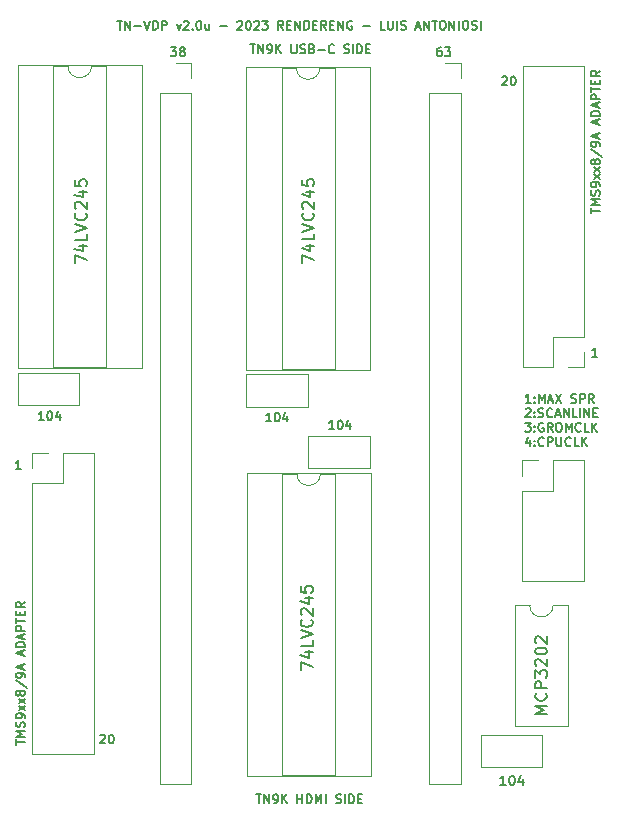
<source format=gbr>
%TF.GenerationSoftware,KiCad,Pcbnew,7.0.1*%
%TF.CreationDate,2023-06-01T10:42:52-07:00*%
%TF.ProjectId,tn_vdp_v2_board,746e5f76-6470-45f7-9632-5f626f617264,rev?*%
%TF.SameCoordinates,Original*%
%TF.FileFunction,Legend,Top*%
%TF.FilePolarity,Positive*%
%FSLAX46Y46*%
G04 Gerber Fmt 4.6, Leading zero omitted, Abs format (unit mm)*
G04 Created by KiCad (PCBNEW 7.0.1) date 2023-06-01 10:42:52*
%MOMM*%
%LPD*%
G01*
G04 APERTURE LIST*
%ADD10C,0.187500*%
%ADD11C,0.150000*%
%ADD12C,0.120000*%
G04 APERTURE END LIST*
D10*
X180321428Y-78013214D02*
X179892857Y-78013214D01*
X180107142Y-78013214D02*
X180107142Y-77263214D01*
X180107142Y-77263214D02*
X180035714Y-77370357D01*
X180035714Y-77370357D02*
X179964285Y-77441785D01*
X179964285Y-77441785D02*
X179892857Y-77477500D01*
X180642857Y-77941785D02*
X180678571Y-77977500D01*
X180678571Y-77977500D02*
X180642857Y-78013214D01*
X180642857Y-78013214D02*
X180607143Y-77977500D01*
X180607143Y-77977500D02*
X180642857Y-77941785D01*
X180642857Y-77941785D02*
X180642857Y-78013214D01*
X180642857Y-77548928D02*
X180678571Y-77584642D01*
X180678571Y-77584642D02*
X180642857Y-77620357D01*
X180642857Y-77620357D02*
X180607143Y-77584642D01*
X180607143Y-77584642D02*
X180642857Y-77548928D01*
X180642857Y-77548928D02*
X180642857Y-77620357D01*
X181000000Y-78013214D02*
X181000000Y-77263214D01*
X181000000Y-77263214D02*
X181250000Y-77798928D01*
X181250000Y-77798928D02*
X181500000Y-77263214D01*
X181500000Y-77263214D02*
X181500000Y-78013214D01*
X181821429Y-77798928D02*
X182178572Y-77798928D01*
X181750000Y-78013214D02*
X182000000Y-77263214D01*
X182000000Y-77263214D02*
X182250000Y-78013214D01*
X182428571Y-77263214D02*
X182928571Y-78013214D01*
X182928571Y-77263214D02*
X182428571Y-78013214D01*
X183750001Y-77977500D02*
X183857144Y-78013214D01*
X183857144Y-78013214D02*
X184035715Y-78013214D01*
X184035715Y-78013214D02*
X184107144Y-77977500D01*
X184107144Y-77977500D02*
X184142858Y-77941785D01*
X184142858Y-77941785D02*
X184178572Y-77870357D01*
X184178572Y-77870357D02*
X184178572Y-77798928D01*
X184178572Y-77798928D02*
X184142858Y-77727500D01*
X184142858Y-77727500D02*
X184107144Y-77691785D01*
X184107144Y-77691785D02*
X184035715Y-77656071D01*
X184035715Y-77656071D02*
X183892858Y-77620357D01*
X183892858Y-77620357D02*
X183821429Y-77584642D01*
X183821429Y-77584642D02*
X183785715Y-77548928D01*
X183785715Y-77548928D02*
X183750001Y-77477500D01*
X183750001Y-77477500D02*
X183750001Y-77406071D01*
X183750001Y-77406071D02*
X183785715Y-77334642D01*
X183785715Y-77334642D02*
X183821429Y-77298928D01*
X183821429Y-77298928D02*
X183892858Y-77263214D01*
X183892858Y-77263214D02*
X184071429Y-77263214D01*
X184071429Y-77263214D02*
X184178572Y-77298928D01*
X184500001Y-78013214D02*
X184500001Y-77263214D01*
X184500001Y-77263214D02*
X184785715Y-77263214D01*
X184785715Y-77263214D02*
X184857144Y-77298928D01*
X184857144Y-77298928D02*
X184892858Y-77334642D01*
X184892858Y-77334642D02*
X184928572Y-77406071D01*
X184928572Y-77406071D02*
X184928572Y-77513214D01*
X184928572Y-77513214D02*
X184892858Y-77584642D01*
X184892858Y-77584642D02*
X184857144Y-77620357D01*
X184857144Y-77620357D02*
X184785715Y-77656071D01*
X184785715Y-77656071D02*
X184500001Y-77656071D01*
X185678572Y-78013214D02*
X185428572Y-77656071D01*
X185250001Y-78013214D02*
X185250001Y-77263214D01*
X185250001Y-77263214D02*
X185535715Y-77263214D01*
X185535715Y-77263214D02*
X185607144Y-77298928D01*
X185607144Y-77298928D02*
X185642858Y-77334642D01*
X185642858Y-77334642D02*
X185678572Y-77406071D01*
X185678572Y-77406071D02*
X185678572Y-77513214D01*
X185678572Y-77513214D02*
X185642858Y-77584642D01*
X185642858Y-77584642D02*
X185607144Y-77620357D01*
X185607144Y-77620357D02*
X185535715Y-77656071D01*
X185535715Y-77656071D02*
X185250001Y-77656071D01*
X179892857Y-78549642D02*
X179928571Y-78513928D01*
X179928571Y-78513928D02*
X180000000Y-78478214D01*
X180000000Y-78478214D02*
X180178571Y-78478214D01*
X180178571Y-78478214D02*
X180250000Y-78513928D01*
X180250000Y-78513928D02*
X180285714Y-78549642D01*
X180285714Y-78549642D02*
X180321428Y-78621071D01*
X180321428Y-78621071D02*
X180321428Y-78692500D01*
X180321428Y-78692500D02*
X180285714Y-78799642D01*
X180285714Y-78799642D02*
X179857142Y-79228214D01*
X179857142Y-79228214D02*
X180321428Y-79228214D01*
X180642857Y-79156785D02*
X180678571Y-79192500D01*
X180678571Y-79192500D02*
X180642857Y-79228214D01*
X180642857Y-79228214D02*
X180607143Y-79192500D01*
X180607143Y-79192500D02*
X180642857Y-79156785D01*
X180642857Y-79156785D02*
X180642857Y-79228214D01*
X180642857Y-78763928D02*
X180678571Y-78799642D01*
X180678571Y-78799642D02*
X180642857Y-78835357D01*
X180642857Y-78835357D02*
X180607143Y-78799642D01*
X180607143Y-78799642D02*
X180642857Y-78763928D01*
X180642857Y-78763928D02*
X180642857Y-78835357D01*
X180964286Y-79192500D02*
X181071429Y-79228214D01*
X181071429Y-79228214D02*
X181250000Y-79228214D01*
X181250000Y-79228214D02*
X181321429Y-79192500D01*
X181321429Y-79192500D02*
X181357143Y-79156785D01*
X181357143Y-79156785D02*
X181392857Y-79085357D01*
X181392857Y-79085357D02*
X181392857Y-79013928D01*
X181392857Y-79013928D02*
X181357143Y-78942500D01*
X181357143Y-78942500D02*
X181321429Y-78906785D01*
X181321429Y-78906785D02*
X181250000Y-78871071D01*
X181250000Y-78871071D02*
X181107143Y-78835357D01*
X181107143Y-78835357D02*
X181035714Y-78799642D01*
X181035714Y-78799642D02*
X181000000Y-78763928D01*
X181000000Y-78763928D02*
X180964286Y-78692500D01*
X180964286Y-78692500D02*
X180964286Y-78621071D01*
X180964286Y-78621071D02*
X181000000Y-78549642D01*
X181000000Y-78549642D02*
X181035714Y-78513928D01*
X181035714Y-78513928D02*
X181107143Y-78478214D01*
X181107143Y-78478214D02*
X181285714Y-78478214D01*
X181285714Y-78478214D02*
X181392857Y-78513928D01*
X182142857Y-79156785D02*
X182107143Y-79192500D01*
X182107143Y-79192500D02*
X182000000Y-79228214D01*
X182000000Y-79228214D02*
X181928572Y-79228214D01*
X181928572Y-79228214D02*
X181821429Y-79192500D01*
X181821429Y-79192500D02*
X181750000Y-79121071D01*
X181750000Y-79121071D02*
X181714286Y-79049642D01*
X181714286Y-79049642D02*
X181678572Y-78906785D01*
X181678572Y-78906785D02*
X181678572Y-78799642D01*
X181678572Y-78799642D02*
X181714286Y-78656785D01*
X181714286Y-78656785D02*
X181750000Y-78585357D01*
X181750000Y-78585357D02*
X181821429Y-78513928D01*
X181821429Y-78513928D02*
X181928572Y-78478214D01*
X181928572Y-78478214D02*
X182000000Y-78478214D01*
X182000000Y-78478214D02*
X182107143Y-78513928D01*
X182107143Y-78513928D02*
X182142857Y-78549642D01*
X182428572Y-79013928D02*
X182785715Y-79013928D01*
X182357143Y-79228214D02*
X182607143Y-78478214D01*
X182607143Y-78478214D02*
X182857143Y-79228214D01*
X183107143Y-79228214D02*
X183107143Y-78478214D01*
X183107143Y-78478214D02*
X183535714Y-79228214D01*
X183535714Y-79228214D02*
X183535714Y-78478214D01*
X184250000Y-79228214D02*
X183892857Y-79228214D01*
X183892857Y-79228214D02*
X183892857Y-78478214D01*
X184500000Y-79228214D02*
X184500000Y-78478214D01*
X184857143Y-79228214D02*
X184857143Y-78478214D01*
X184857143Y-78478214D02*
X185285714Y-79228214D01*
X185285714Y-79228214D02*
X185285714Y-78478214D01*
X185642857Y-78835357D02*
X185892857Y-78835357D01*
X186000000Y-79228214D02*
X185642857Y-79228214D01*
X185642857Y-79228214D02*
X185642857Y-78478214D01*
X185642857Y-78478214D02*
X186000000Y-78478214D01*
X179857142Y-79693214D02*
X180321428Y-79693214D01*
X180321428Y-79693214D02*
X180071428Y-79978928D01*
X180071428Y-79978928D02*
X180178571Y-79978928D01*
X180178571Y-79978928D02*
X180250000Y-80014642D01*
X180250000Y-80014642D02*
X180285714Y-80050357D01*
X180285714Y-80050357D02*
X180321428Y-80121785D01*
X180321428Y-80121785D02*
X180321428Y-80300357D01*
X180321428Y-80300357D02*
X180285714Y-80371785D01*
X180285714Y-80371785D02*
X180250000Y-80407500D01*
X180250000Y-80407500D02*
X180178571Y-80443214D01*
X180178571Y-80443214D02*
X179964285Y-80443214D01*
X179964285Y-80443214D02*
X179892857Y-80407500D01*
X179892857Y-80407500D02*
X179857142Y-80371785D01*
X180642857Y-80371785D02*
X180678571Y-80407500D01*
X180678571Y-80407500D02*
X180642857Y-80443214D01*
X180642857Y-80443214D02*
X180607143Y-80407500D01*
X180607143Y-80407500D02*
X180642857Y-80371785D01*
X180642857Y-80371785D02*
X180642857Y-80443214D01*
X180642857Y-79978928D02*
X180678571Y-80014642D01*
X180678571Y-80014642D02*
X180642857Y-80050357D01*
X180642857Y-80050357D02*
X180607143Y-80014642D01*
X180607143Y-80014642D02*
X180642857Y-79978928D01*
X180642857Y-79978928D02*
X180642857Y-80050357D01*
X181392857Y-79728928D02*
X181321429Y-79693214D01*
X181321429Y-79693214D02*
X181214286Y-79693214D01*
X181214286Y-79693214D02*
X181107143Y-79728928D01*
X181107143Y-79728928D02*
X181035714Y-79800357D01*
X181035714Y-79800357D02*
X181000000Y-79871785D01*
X181000000Y-79871785D02*
X180964286Y-80014642D01*
X180964286Y-80014642D02*
X180964286Y-80121785D01*
X180964286Y-80121785D02*
X181000000Y-80264642D01*
X181000000Y-80264642D02*
X181035714Y-80336071D01*
X181035714Y-80336071D02*
X181107143Y-80407500D01*
X181107143Y-80407500D02*
X181214286Y-80443214D01*
X181214286Y-80443214D02*
X181285714Y-80443214D01*
X181285714Y-80443214D02*
X181392857Y-80407500D01*
X181392857Y-80407500D02*
X181428571Y-80371785D01*
X181428571Y-80371785D02*
X181428571Y-80121785D01*
X181428571Y-80121785D02*
X181285714Y-80121785D01*
X182178571Y-80443214D02*
X181928571Y-80086071D01*
X181750000Y-80443214D02*
X181750000Y-79693214D01*
X181750000Y-79693214D02*
X182035714Y-79693214D01*
X182035714Y-79693214D02*
X182107143Y-79728928D01*
X182107143Y-79728928D02*
X182142857Y-79764642D01*
X182142857Y-79764642D02*
X182178571Y-79836071D01*
X182178571Y-79836071D02*
X182178571Y-79943214D01*
X182178571Y-79943214D02*
X182142857Y-80014642D01*
X182142857Y-80014642D02*
X182107143Y-80050357D01*
X182107143Y-80050357D02*
X182035714Y-80086071D01*
X182035714Y-80086071D02*
X181750000Y-80086071D01*
X182642857Y-79693214D02*
X182785714Y-79693214D01*
X182785714Y-79693214D02*
X182857143Y-79728928D01*
X182857143Y-79728928D02*
X182928571Y-79800357D01*
X182928571Y-79800357D02*
X182964286Y-79943214D01*
X182964286Y-79943214D02*
X182964286Y-80193214D01*
X182964286Y-80193214D02*
X182928571Y-80336071D01*
X182928571Y-80336071D02*
X182857143Y-80407500D01*
X182857143Y-80407500D02*
X182785714Y-80443214D01*
X182785714Y-80443214D02*
X182642857Y-80443214D01*
X182642857Y-80443214D02*
X182571429Y-80407500D01*
X182571429Y-80407500D02*
X182500000Y-80336071D01*
X182500000Y-80336071D02*
X182464286Y-80193214D01*
X182464286Y-80193214D02*
X182464286Y-79943214D01*
X182464286Y-79943214D02*
X182500000Y-79800357D01*
X182500000Y-79800357D02*
X182571429Y-79728928D01*
X182571429Y-79728928D02*
X182642857Y-79693214D01*
X183285714Y-80443214D02*
X183285714Y-79693214D01*
X183285714Y-79693214D02*
X183535714Y-80228928D01*
X183535714Y-80228928D02*
X183785714Y-79693214D01*
X183785714Y-79693214D02*
X183785714Y-80443214D01*
X184571428Y-80371785D02*
X184535714Y-80407500D01*
X184535714Y-80407500D02*
X184428571Y-80443214D01*
X184428571Y-80443214D02*
X184357143Y-80443214D01*
X184357143Y-80443214D02*
X184250000Y-80407500D01*
X184250000Y-80407500D02*
X184178571Y-80336071D01*
X184178571Y-80336071D02*
X184142857Y-80264642D01*
X184142857Y-80264642D02*
X184107143Y-80121785D01*
X184107143Y-80121785D02*
X184107143Y-80014642D01*
X184107143Y-80014642D02*
X184142857Y-79871785D01*
X184142857Y-79871785D02*
X184178571Y-79800357D01*
X184178571Y-79800357D02*
X184250000Y-79728928D01*
X184250000Y-79728928D02*
X184357143Y-79693214D01*
X184357143Y-79693214D02*
X184428571Y-79693214D01*
X184428571Y-79693214D02*
X184535714Y-79728928D01*
X184535714Y-79728928D02*
X184571428Y-79764642D01*
X185250000Y-80443214D02*
X184892857Y-80443214D01*
X184892857Y-80443214D02*
X184892857Y-79693214D01*
X185500000Y-80443214D02*
X185500000Y-79693214D01*
X185928571Y-80443214D02*
X185607143Y-80014642D01*
X185928571Y-79693214D02*
X185500000Y-80121785D01*
X180250000Y-81158214D02*
X180250000Y-81658214D01*
X180071428Y-80872500D02*
X179892857Y-81408214D01*
X179892857Y-81408214D02*
X180357142Y-81408214D01*
X180642857Y-81586785D02*
X180678571Y-81622500D01*
X180678571Y-81622500D02*
X180642857Y-81658214D01*
X180642857Y-81658214D02*
X180607143Y-81622500D01*
X180607143Y-81622500D02*
X180642857Y-81586785D01*
X180642857Y-81586785D02*
X180642857Y-81658214D01*
X180642857Y-81193928D02*
X180678571Y-81229642D01*
X180678571Y-81229642D02*
X180642857Y-81265357D01*
X180642857Y-81265357D02*
X180607143Y-81229642D01*
X180607143Y-81229642D02*
X180642857Y-81193928D01*
X180642857Y-81193928D02*
X180642857Y-81265357D01*
X181428571Y-81586785D02*
X181392857Y-81622500D01*
X181392857Y-81622500D02*
X181285714Y-81658214D01*
X181285714Y-81658214D02*
X181214286Y-81658214D01*
X181214286Y-81658214D02*
X181107143Y-81622500D01*
X181107143Y-81622500D02*
X181035714Y-81551071D01*
X181035714Y-81551071D02*
X181000000Y-81479642D01*
X181000000Y-81479642D02*
X180964286Y-81336785D01*
X180964286Y-81336785D02*
X180964286Y-81229642D01*
X180964286Y-81229642D02*
X181000000Y-81086785D01*
X181000000Y-81086785D02*
X181035714Y-81015357D01*
X181035714Y-81015357D02*
X181107143Y-80943928D01*
X181107143Y-80943928D02*
X181214286Y-80908214D01*
X181214286Y-80908214D02*
X181285714Y-80908214D01*
X181285714Y-80908214D02*
X181392857Y-80943928D01*
X181392857Y-80943928D02*
X181428571Y-80979642D01*
X181750000Y-81658214D02*
X181750000Y-80908214D01*
X181750000Y-80908214D02*
X182035714Y-80908214D01*
X182035714Y-80908214D02*
X182107143Y-80943928D01*
X182107143Y-80943928D02*
X182142857Y-80979642D01*
X182142857Y-80979642D02*
X182178571Y-81051071D01*
X182178571Y-81051071D02*
X182178571Y-81158214D01*
X182178571Y-81158214D02*
X182142857Y-81229642D01*
X182142857Y-81229642D02*
X182107143Y-81265357D01*
X182107143Y-81265357D02*
X182035714Y-81301071D01*
X182035714Y-81301071D02*
X181750000Y-81301071D01*
X182500000Y-80908214D02*
X182500000Y-81515357D01*
X182500000Y-81515357D02*
X182535714Y-81586785D01*
X182535714Y-81586785D02*
X182571429Y-81622500D01*
X182571429Y-81622500D02*
X182642857Y-81658214D01*
X182642857Y-81658214D02*
X182785714Y-81658214D01*
X182785714Y-81658214D02*
X182857143Y-81622500D01*
X182857143Y-81622500D02*
X182892857Y-81586785D01*
X182892857Y-81586785D02*
X182928571Y-81515357D01*
X182928571Y-81515357D02*
X182928571Y-80908214D01*
X183714285Y-81586785D02*
X183678571Y-81622500D01*
X183678571Y-81622500D02*
X183571428Y-81658214D01*
X183571428Y-81658214D02*
X183500000Y-81658214D01*
X183500000Y-81658214D02*
X183392857Y-81622500D01*
X183392857Y-81622500D02*
X183321428Y-81551071D01*
X183321428Y-81551071D02*
X183285714Y-81479642D01*
X183285714Y-81479642D02*
X183250000Y-81336785D01*
X183250000Y-81336785D02*
X183250000Y-81229642D01*
X183250000Y-81229642D02*
X183285714Y-81086785D01*
X183285714Y-81086785D02*
X183321428Y-81015357D01*
X183321428Y-81015357D02*
X183392857Y-80943928D01*
X183392857Y-80943928D02*
X183500000Y-80908214D01*
X183500000Y-80908214D02*
X183571428Y-80908214D01*
X183571428Y-80908214D02*
X183678571Y-80943928D01*
X183678571Y-80943928D02*
X183714285Y-80979642D01*
X184392857Y-81658214D02*
X184035714Y-81658214D01*
X184035714Y-81658214D02*
X184035714Y-80908214D01*
X184642857Y-81658214D02*
X184642857Y-80908214D01*
X185071428Y-81658214D02*
X184750000Y-81229642D01*
X185071428Y-80908214D02*
X184642857Y-81336785D01*
X145303570Y-45658214D02*
X145732142Y-45658214D01*
X145517856Y-46408214D02*
X145517856Y-45658214D01*
X145982142Y-46408214D02*
X145982142Y-45658214D01*
X145982142Y-45658214D02*
X146410713Y-46408214D01*
X146410713Y-46408214D02*
X146410713Y-45658214D01*
X146767856Y-46122500D02*
X147339285Y-46122500D01*
X147589284Y-45658214D02*
X147839284Y-46408214D01*
X147839284Y-46408214D02*
X148089284Y-45658214D01*
X148339284Y-46408214D02*
X148339284Y-45658214D01*
X148339284Y-45658214D02*
X148517855Y-45658214D01*
X148517855Y-45658214D02*
X148624998Y-45693928D01*
X148624998Y-45693928D02*
X148696427Y-45765357D01*
X148696427Y-45765357D02*
X148732141Y-45836785D01*
X148732141Y-45836785D02*
X148767855Y-45979642D01*
X148767855Y-45979642D02*
X148767855Y-46086785D01*
X148767855Y-46086785D02*
X148732141Y-46229642D01*
X148732141Y-46229642D02*
X148696427Y-46301071D01*
X148696427Y-46301071D02*
X148624998Y-46372500D01*
X148624998Y-46372500D02*
X148517855Y-46408214D01*
X148517855Y-46408214D02*
X148339284Y-46408214D01*
X149089284Y-46408214D02*
X149089284Y-45658214D01*
X149089284Y-45658214D02*
X149374998Y-45658214D01*
X149374998Y-45658214D02*
X149446427Y-45693928D01*
X149446427Y-45693928D02*
X149482141Y-45729642D01*
X149482141Y-45729642D02*
X149517855Y-45801071D01*
X149517855Y-45801071D02*
X149517855Y-45908214D01*
X149517855Y-45908214D02*
X149482141Y-45979642D01*
X149482141Y-45979642D02*
X149446427Y-46015357D01*
X149446427Y-46015357D02*
X149374998Y-46051071D01*
X149374998Y-46051071D02*
X149089284Y-46051071D01*
X150339284Y-45908214D02*
X150517856Y-46408214D01*
X150517856Y-46408214D02*
X150696427Y-45908214D01*
X150946428Y-45729642D02*
X150982142Y-45693928D01*
X150982142Y-45693928D02*
X151053571Y-45658214D01*
X151053571Y-45658214D02*
X151232142Y-45658214D01*
X151232142Y-45658214D02*
X151303571Y-45693928D01*
X151303571Y-45693928D02*
X151339285Y-45729642D01*
X151339285Y-45729642D02*
X151374999Y-45801071D01*
X151374999Y-45801071D02*
X151374999Y-45872500D01*
X151374999Y-45872500D02*
X151339285Y-45979642D01*
X151339285Y-45979642D02*
X150910713Y-46408214D01*
X150910713Y-46408214D02*
X151374999Y-46408214D01*
X151696428Y-46336785D02*
X151732142Y-46372500D01*
X151732142Y-46372500D02*
X151696428Y-46408214D01*
X151696428Y-46408214D02*
X151660714Y-46372500D01*
X151660714Y-46372500D02*
X151696428Y-46336785D01*
X151696428Y-46336785D02*
X151696428Y-46408214D01*
X152196428Y-45658214D02*
X152267857Y-45658214D01*
X152267857Y-45658214D02*
X152339285Y-45693928D01*
X152339285Y-45693928D02*
X152375000Y-45729642D01*
X152375000Y-45729642D02*
X152410714Y-45801071D01*
X152410714Y-45801071D02*
X152446428Y-45943928D01*
X152446428Y-45943928D02*
X152446428Y-46122500D01*
X152446428Y-46122500D02*
X152410714Y-46265357D01*
X152410714Y-46265357D02*
X152375000Y-46336785D01*
X152375000Y-46336785D02*
X152339285Y-46372500D01*
X152339285Y-46372500D02*
X152267857Y-46408214D01*
X152267857Y-46408214D02*
X152196428Y-46408214D01*
X152196428Y-46408214D02*
X152125000Y-46372500D01*
X152125000Y-46372500D02*
X152089285Y-46336785D01*
X152089285Y-46336785D02*
X152053571Y-46265357D01*
X152053571Y-46265357D02*
X152017857Y-46122500D01*
X152017857Y-46122500D02*
X152017857Y-45943928D01*
X152017857Y-45943928D02*
X152053571Y-45801071D01*
X152053571Y-45801071D02*
X152089285Y-45729642D01*
X152089285Y-45729642D02*
X152125000Y-45693928D01*
X152125000Y-45693928D02*
X152196428Y-45658214D01*
X153089286Y-45908214D02*
X153089286Y-46408214D01*
X152767857Y-45908214D02*
X152767857Y-46301071D01*
X152767857Y-46301071D02*
X152803571Y-46372500D01*
X152803571Y-46372500D02*
X152875000Y-46408214D01*
X152875000Y-46408214D02*
X152982143Y-46408214D01*
X152982143Y-46408214D02*
X153053571Y-46372500D01*
X153053571Y-46372500D02*
X153089286Y-46336785D01*
X154017857Y-46122500D02*
X154589286Y-46122500D01*
X155482143Y-45729642D02*
X155517857Y-45693928D01*
X155517857Y-45693928D02*
X155589286Y-45658214D01*
X155589286Y-45658214D02*
X155767857Y-45658214D01*
X155767857Y-45658214D02*
X155839286Y-45693928D01*
X155839286Y-45693928D02*
X155875000Y-45729642D01*
X155875000Y-45729642D02*
X155910714Y-45801071D01*
X155910714Y-45801071D02*
X155910714Y-45872500D01*
X155910714Y-45872500D02*
X155875000Y-45979642D01*
X155875000Y-45979642D02*
X155446428Y-46408214D01*
X155446428Y-46408214D02*
X155910714Y-46408214D01*
X156375000Y-45658214D02*
X156446429Y-45658214D01*
X156446429Y-45658214D02*
X156517857Y-45693928D01*
X156517857Y-45693928D02*
X156553572Y-45729642D01*
X156553572Y-45729642D02*
X156589286Y-45801071D01*
X156589286Y-45801071D02*
X156625000Y-45943928D01*
X156625000Y-45943928D02*
X156625000Y-46122500D01*
X156625000Y-46122500D02*
X156589286Y-46265357D01*
X156589286Y-46265357D02*
X156553572Y-46336785D01*
X156553572Y-46336785D02*
X156517857Y-46372500D01*
X156517857Y-46372500D02*
X156446429Y-46408214D01*
X156446429Y-46408214D02*
X156375000Y-46408214D01*
X156375000Y-46408214D02*
X156303572Y-46372500D01*
X156303572Y-46372500D02*
X156267857Y-46336785D01*
X156267857Y-46336785D02*
X156232143Y-46265357D01*
X156232143Y-46265357D02*
X156196429Y-46122500D01*
X156196429Y-46122500D02*
X156196429Y-45943928D01*
X156196429Y-45943928D02*
X156232143Y-45801071D01*
X156232143Y-45801071D02*
X156267857Y-45729642D01*
X156267857Y-45729642D02*
X156303572Y-45693928D01*
X156303572Y-45693928D02*
X156375000Y-45658214D01*
X156910715Y-45729642D02*
X156946429Y-45693928D01*
X156946429Y-45693928D02*
X157017858Y-45658214D01*
X157017858Y-45658214D02*
X157196429Y-45658214D01*
X157196429Y-45658214D02*
X157267858Y-45693928D01*
X157267858Y-45693928D02*
X157303572Y-45729642D01*
X157303572Y-45729642D02*
X157339286Y-45801071D01*
X157339286Y-45801071D02*
X157339286Y-45872500D01*
X157339286Y-45872500D02*
X157303572Y-45979642D01*
X157303572Y-45979642D02*
X156875000Y-46408214D01*
X156875000Y-46408214D02*
X157339286Y-46408214D01*
X157589286Y-45658214D02*
X158053572Y-45658214D01*
X158053572Y-45658214D02*
X157803572Y-45943928D01*
X157803572Y-45943928D02*
X157910715Y-45943928D01*
X157910715Y-45943928D02*
X157982144Y-45979642D01*
X157982144Y-45979642D02*
X158017858Y-46015357D01*
X158017858Y-46015357D02*
X158053572Y-46086785D01*
X158053572Y-46086785D02*
X158053572Y-46265357D01*
X158053572Y-46265357D02*
X158017858Y-46336785D01*
X158017858Y-46336785D02*
X157982144Y-46372500D01*
X157982144Y-46372500D02*
X157910715Y-46408214D01*
X157910715Y-46408214D02*
X157696429Y-46408214D01*
X157696429Y-46408214D02*
X157625001Y-46372500D01*
X157625001Y-46372500D02*
X157589286Y-46336785D01*
X159375001Y-46408214D02*
X159125001Y-46051071D01*
X158946430Y-46408214D02*
X158946430Y-45658214D01*
X158946430Y-45658214D02*
X159232144Y-45658214D01*
X159232144Y-45658214D02*
X159303573Y-45693928D01*
X159303573Y-45693928D02*
X159339287Y-45729642D01*
X159339287Y-45729642D02*
X159375001Y-45801071D01*
X159375001Y-45801071D02*
X159375001Y-45908214D01*
X159375001Y-45908214D02*
X159339287Y-45979642D01*
X159339287Y-45979642D02*
X159303573Y-46015357D01*
X159303573Y-46015357D02*
X159232144Y-46051071D01*
X159232144Y-46051071D02*
X158946430Y-46051071D01*
X159696430Y-46015357D02*
X159946430Y-46015357D01*
X160053573Y-46408214D02*
X159696430Y-46408214D01*
X159696430Y-46408214D02*
X159696430Y-45658214D01*
X159696430Y-45658214D02*
X160053573Y-45658214D01*
X160375001Y-46408214D02*
X160375001Y-45658214D01*
X160375001Y-45658214D02*
X160803572Y-46408214D01*
X160803572Y-46408214D02*
X160803572Y-45658214D01*
X161160715Y-46408214D02*
X161160715Y-45658214D01*
X161160715Y-45658214D02*
X161339286Y-45658214D01*
X161339286Y-45658214D02*
X161446429Y-45693928D01*
X161446429Y-45693928D02*
X161517858Y-45765357D01*
X161517858Y-45765357D02*
X161553572Y-45836785D01*
X161553572Y-45836785D02*
X161589286Y-45979642D01*
X161589286Y-45979642D02*
X161589286Y-46086785D01*
X161589286Y-46086785D02*
X161553572Y-46229642D01*
X161553572Y-46229642D02*
X161517858Y-46301071D01*
X161517858Y-46301071D02*
X161446429Y-46372500D01*
X161446429Y-46372500D02*
X161339286Y-46408214D01*
X161339286Y-46408214D02*
X161160715Y-46408214D01*
X161910715Y-46015357D02*
X162160715Y-46015357D01*
X162267858Y-46408214D02*
X161910715Y-46408214D01*
X161910715Y-46408214D02*
X161910715Y-45658214D01*
X161910715Y-45658214D02*
X162267858Y-45658214D01*
X163017857Y-46408214D02*
X162767857Y-46051071D01*
X162589286Y-46408214D02*
X162589286Y-45658214D01*
X162589286Y-45658214D02*
X162875000Y-45658214D01*
X162875000Y-45658214D02*
X162946429Y-45693928D01*
X162946429Y-45693928D02*
X162982143Y-45729642D01*
X162982143Y-45729642D02*
X163017857Y-45801071D01*
X163017857Y-45801071D02*
X163017857Y-45908214D01*
X163017857Y-45908214D02*
X162982143Y-45979642D01*
X162982143Y-45979642D02*
X162946429Y-46015357D01*
X162946429Y-46015357D02*
X162875000Y-46051071D01*
X162875000Y-46051071D02*
X162589286Y-46051071D01*
X163339286Y-46015357D02*
X163589286Y-46015357D01*
X163696429Y-46408214D02*
X163339286Y-46408214D01*
X163339286Y-46408214D02*
X163339286Y-45658214D01*
X163339286Y-45658214D02*
X163696429Y-45658214D01*
X164017857Y-46408214D02*
X164017857Y-45658214D01*
X164017857Y-45658214D02*
X164446428Y-46408214D01*
X164446428Y-46408214D02*
X164446428Y-45658214D01*
X165196428Y-45693928D02*
X165125000Y-45658214D01*
X165125000Y-45658214D02*
X165017857Y-45658214D01*
X165017857Y-45658214D02*
X164910714Y-45693928D01*
X164910714Y-45693928D02*
X164839285Y-45765357D01*
X164839285Y-45765357D02*
X164803571Y-45836785D01*
X164803571Y-45836785D02*
X164767857Y-45979642D01*
X164767857Y-45979642D02*
X164767857Y-46086785D01*
X164767857Y-46086785D02*
X164803571Y-46229642D01*
X164803571Y-46229642D02*
X164839285Y-46301071D01*
X164839285Y-46301071D02*
X164910714Y-46372500D01*
X164910714Y-46372500D02*
X165017857Y-46408214D01*
X165017857Y-46408214D02*
X165089285Y-46408214D01*
X165089285Y-46408214D02*
X165196428Y-46372500D01*
X165196428Y-46372500D02*
X165232142Y-46336785D01*
X165232142Y-46336785D02*
X165232142Y-46086785D01*
X165232142Y-46086785D02*
X165089285Y-46086785D01*
X166125000Y-46122500D02*
X166696429Y-46122500D01*
X167982143Y-46408214D02*
X167625000Y-46408214D01*
X167625000Y-46408214D02*
X167625000Y-45658214D01*
X168232143Y-45658214D02*
X168232143Y-46265357D01*
X168232143Y-46265357D02*
X168267857Y-46336785D01*
X168267857Y-46336785D02*
X168303572Y-46372500D01*
X168303572Y-46372500D02*
X168375000Y-46408214D01*
X168375000Y-46408214D02*
X168517857Y-46408214D01*
X168517857Y-46408214D02*
X168589286Y-46372500D01*
X168589286Y-46372500D02*
X168625000Y-46336785D01*
X168625000Y-46336785D02*
X168660714Y-46265357D01*
X168660714Y-46265357D02*
X168660714Y-45658214D01*
X169017857Y-46408214D02*
X169017857Y-45658214D01*
X169339286Y-46372500D02*
X169446429Y-46408214D01*
X169446429Y-46408214D02*
X169625000Y-46408214D01*
X169625000Y-46408214D02*
X169696429Y-46372500D01*
X169696429Y-46372500D02*
X169732143Y-46336785D01*
X169732143Y-46336785D02*
X169767857Y-46265357D01*
X169767857Y-46265357D02*
X169767857Y-46193928D01*
X169767857Y-46193928D02*
X169732143Y-46122500D01*
X169732143Y-46122500D02*
X169696429Y-46086785D01*
X169696429Y-46086785D02*
X169625000Y-46051071D01*
X169625000Y-46051071D02*
X169482143Y-46015357D01*
X169482143Y-46015357D02*
X169410714Y-45979642D01*
X169410714Y-45979642D02*
X169375000Y-45943928D01*
X169375000Y-45943928D02*
X169339286Y-45872500D01*
X169339286Y-45872500D02*
X169339286Y-45801071D01*
X169339286Y-45801071D02*
X169375000Y-45729642D01*
X169375000Y-45729642D02*
X169410714Y-45693928D01*
X169410714Y-45693928D02*
X169482143Y-45658214D01*
X169482143Y-45658214D02*
X169660714Y-45658214D01*
X169660714Y-45658214D02*
X169767857Y-45693928D01*
X170625001Y-46193928D02*
X170982144Y-46193928D01*
X170553572Y-46408214D02*
X170803572Y-45658214D01*
X170803572Y-45658214D02*
X171053572Y-46408214D01*
X171303572Y-46408214D02*
X171303572Y-45658214D01*
X171303572Y-45658214D02*
X171732143Y-46408214D01*
X171732143Y-46408214D02*
X171732143Y-45658214D01*
X171982143Y-45658214D02*
X172410715Y-45658214D01*
X172196429Y-46408214D02*
X172196429Y-45658214D01*
X172803572Y-45658214D02*
X172946429Y-45658214D01*
X172946429Y-45658214D02*
X173017858Y-45693928D01*
X173017858Y-45693928D02*
X173089286Y-45765357D01*
X173089286Y-45765357D02*
X173125001Y-45908214D01*
X173125001Y-45908214D02*
X173125001Y-46158214D01*
X173125001Y-46158214D02*
X173089286Y-46301071D01*
X173089286Y-46301071D02*
X173017858Y-46372500D01*
X173017858Y-46372500D02*
X172946429Y-46408214D01*
X172946429Y-46408214D02*
X172803572Y-46408214D01*
X172803572Y-46408214D02*
X172732144Y-46372500D01*
X172732144Y-46372500D02*
X172660715Y-46301071D01*
X172660715Y-46301071D02*
X172625001Y-46158214D01*
X172625001Y-46158214D02*
X172625001Y-45908214D01*
X172625001Y-45908214D02*
X172660715Y-45765357D01*
X172660715Y-45765357D02*
X172732144Y-45693928D01*
X172732144Y-45693928D02*
X172803572Y-45658214D01*
X173446429Y-46408214D02*
X173446429Y-45658214D01*
X173446429Y-45658214D02*
X173875000Y-46408214D01*
X173875000Y-46408214D02*
X173875000Y-45658214D01*
X174232143Y-46408214D02*
X174232143Y-45658214D01*
X174732143Y-45658214D02*
X174875000Y-45658214D01*
X174875000Y-45658214D02*
X174946429Y-45693928D01*
X174946429Y-45693928D02*
X175017857Y-45765357D01*
X175017857Y-45765357D02*
X175053572Y-45908214D01*
X175053572Y-45908214D02*
X175053572Y-46158214D01*
X175053572Y-46158214D02*
X175017857Y-46301071D01*
X175017857Y-46301071D02*
X174946429Y-46372500D01*
X174946429Y-46372500D02*
X174875000Y-46408214D01*
X174875000Y-46408214D02*
X174732143Y-46408214D01*
X174732143Y-46408214D02*
X174660715Y-46372500D01*
X174660715Y-46372500D02*
X174589286Y-46301071D01*
X174589286Y-46301071D02*
X174553572Y-46158214D01*
X174553572Y-46158214D02*
X174553572Y-45908214D01*
X174553572Y-45908214D02*
X174589286Y-45765357D01*
X174589286Y-45765357D02*
X174660715Y-45693928D01*
X174660715Y-45693928D02*
X174732143Y-45658214D01*
X175339286Y-46372500D02*
X175446429Y-46408214D01*
X175446429Y-46408214D02*
X175625000Y-46408214D01*
X175625000Y-46408214D02*
X175696429Y-46372500D01*
X175696429Y-46372500D02*
X175732143Y-46336785D01*
X175732143Y-46336785D02*
X175767857Y-46265357D01*
X175767857Y-46265357D02*
X175767857Y-46193928D01*
X175767857Y-46193928D02*
X175732143Y-46122500D01*
X175732143Y-46122500D02*
X175696429Y-46086785D01*
X175696429Y-46086785D02*
X175625000Y-46051071D01*
X175625000Y-46051071D02*
X175482143Y-46015357D01*
X175482143Y-46015357D02*
X175410714Y-45979642D01*
X175410714Y-45979642D02*
X175375000Y-45943928D01*
X175375000Y-45943928D02*
X175339286Y-45872500D01*
X175339286Y-45872500D02*
X175339286Y-45801071D01*
X175339286Y-45801071D02*
X175375000Y-45729642D01*
X175375000Y-45729642D02*
X175410714Y-45693928D01*
X175410714Y-45693928D02*
X175482143Y-45658214D01*
X175482143Y-45658214D02*
X175660714Y-45658214D01*
X175660714Y-45658214D02*
X175767857Y-45693928D01*
X176089286Y-46408214D02*
X176089286Y-45658214D01*
X156571428Y-47658214D02*
X157000000Y-47658214D01*
X156785714Y-48408214D02*
X156785714Y-47658214D01*
X157250000Y-48408214D02*
X157250000Y-47658214D01*
X157250000Y-47658214D02*
X157678571Y-48408214D01*
X157678571Y-48408214D02*
X157678571Y-47658214D01*
X158071428Y-48408214D02*
X158214285Y-48408214D01*
X158214285Y-48408214D02*
X158285714Y-48372500D01*
X158285714Y-48372500D02*
X158321428Y-48336785D01*
X158321428Y-48336785D02*
X158392857Y-48229642D01*
X158392857Y-48229642D02*
X158428571Y-48086785D01*
X158428571Y-48086785D02*
X158428571Y-47801071D01*
X158428571Y-47801071D02*
X158392857Y-47729642D01*
X158392857Y-47729642D02*
X158357143Y-47693928D01*
X158357143Y-47693928D02*
X158285714Y-47658214D01*
X158285714Y-47658214D02*
X158142857Y-47658214D01*
X158142857Y-47658214D02*
X158071428Y-47693928D01*
X158071428Y-47693928D02*
X158035714Y-47729642D01*
X158035714Y-47729642D02*
X158000000Y-47801071D01*
X158000000Y-47801071D02*
X158000000Y-47979642D01*
X158000000Y-47979642D02*
X158035714Y-48051071D01*
X158035714Y-48051071D02*
X158071428Y-48086785D01*
X158071428Y-48086785D02*
X158142857Y-48122500D01*
X158142857Y-48122500D02*
X158285714Y-48122500D01*
X158285714Y-48122500D02*
X158357143Y-48086785D01*
X158357143Y-48086785D02*
X158392857Y-48051071D01*
X158392857Y-48051071D02*
X158428571Y-47979642D01*
X158750000Y-48408214D02*
X158750000Y-47658214D01*
X159178571Y-48408214D02*
X158857143Y-47979642D01*
X159178571Y-47658214D02*
X158750000Y-48086785D01*
X160071429Y-47658214D02*
X160071429Y-48265357D01*
X160071429Y-48265357D02*
X160107143Y-48336785D01*
X160107143Y-48336785D02*
X160142858Y-48372500D01*
X160142858Y-48372500D02*
X160214286Y-48408214D01*
X160214286Y-48408214D02*
X160357143Y-48408214D01*
X160357143Y-48408214D02*
X160428572Y-48372500D01*
X160428572Y-48372500D02*
X160464286Y-48336785D01*
X160464286Y-48336785D02*
X160500000Y-48265357D01*
X160500000Y-48265357D02*
X160500000Y-47658214D01*
X160821429Y-48372500D02*
X160928572Y-48408214D01*
X160928572Y-48408214D02*
X161107143Y-48408214D01*
X161107143Y-48408214D02*
X161178572Y-48372500D01*
X161178572Y-48372500D02*
X161214286Y-48336785D01*
X161214286Y-48336785D02*
X161250000Y-48265357D01*
X161250000Y-48265357D02*
X161250000Y-48193928D01*
X161250000Y-48193928D02*
X161214286Y-48122500D01*
X161214286Y-48122500D02*
X161178572Y-48086785D01*
X161178572Y-48086785D02*
X161107143Y-48051071D01*
X161107143Y-48051071D02*
X160964286Y-48015357D01*
X160964286Y-48015357D02*
X160892857Y-47979642D01*
X160892857Y-47979642D02*
X160857143Y-47943928D01*
X160857143Y-47943928D02*
X160821429Y-47872500D01*
X160821429Y-47872500D02*
X160821429Y-47801071D01*
X160821429Y-47801071D02*
X160857143Y-47729642D01*
X160857143Y-47729642D02*
X160892857Y-47693928D01*
X160892857Y-47693928D02*
X160964286Y-47658214D01*
X160964286Y-47658214D02*
X161142857Y-47658214D01*
X161142857Y-47658214D02*
X161250000Y-47693928D01*
X161821429Y-48015357D02*
X161928572Y-48051071D01*
X161928572Y-48051071D02*
X161964286Y-48086785D01*
X161964286Y-48086785D02*
X162000000Y-48158214D01*
X162000000Y-48158214D02*
X162000000Y-48265357D01*
X162000000Y-48265357D02*
X161964286Y-48336785D01*
X161964286Y-48336785D02*
X161928572Y-48372500D01*
X161928572Y-48372500D02*
X161857143Y-48408214D01*
X161857143Y-48408214D02*
X161571429Y-48408214D01*
X161571429Y-48408214D02*
X161571429Y-47658214D01*
X161571429Y-47658214D02*
X161821429Y-47658214D01*
X161821429Y-47658214D02*
X161892858Y-47693928D01*
X161892858Y-47693928D02*
X161928572Y-47729642D01*
X161928572Y-47729642D02*
X161964286Y-47801071D01*
X161964286Y-47801071D02*
X161964286Y-47872500D01*
X161964286Y-47872500D02*
X161928572Y-47943928D01*
X161928572Y-47943928D02*
X161892858Y-47979642D01*
X161892858Y-47979642D02*
X161821429Y-48015357D01*
X161821429Y-48015357D02*
X161571429Y-48015357D01*
X162321429Y-48122500D02*
X162892858Y-48122500D01*
X163678571Y-48336785D02*
X163642857Y-48372500D01*
X163642857Y-48372500D02*
X163535714Y-48408214D01*
X163535714Y-48408214D02*
X163464286Y-48408214D01*
X163464286Y-48408214D02*
X163357143Y-48372500D01*
X163357143Y-48372500D02*
X163285714Y-48301071D01*
X163285714Y-48301071D02*
X163250000Y-48229642D01*
X163250000Y-48229642D02*
X163214286Y-48086785D01*
X163214286Y-48086785D02*
X163214286Y-47979642D01*
X163214286Y-47979642D02*
X163250000Y-47836785D01*
X163250000Y-47836785D02*
X163285714Y-47765357D01*
X163285714Y-47765357D02*
X163357143Y-47693928D01*
X163357143Y-47693928D02*
X163464286Y-47658214D01*
X163464286Y-47658214D02*
X163535714Y-47658214D01*
X163535714Y-47658214D02*
X163642857Y-47693928D01*
X163642857Y-47693928D02*
X163678571Y-47729642D01*
X164535715Y-48372500D02*
X164642858Y-48408214D01*
X164642858Y-48408214D02*
X164821429Y-48408214D01*
X164821429Y-48408214D02*
X164892858Y-48372500D01*
X164892858Y-48372500D02*
X164928572Y-48336785D01*
X164928572Y-48336785D02*
X164964286Y-48265357D01*
X164964286Y-48265357D02*
X164964286Y-48193928D01*
X164964286Y-48193928D02*
X164928572Y-48122500D01*
X164928572Y-48122500D02*
X164892858Y-48086785D01*
X164892858Y-48086785D02*
X164821429Y-48051071D01*
X164821429Y-48051071D02*
X164678572Y-48015357D01*
X164678572Y-48015357D02*
X164607143Y-47979642D01*
X164607143Y-47979642D02*
X164571429Y-47943928D01*
X164571429Y-47943928D02*
X164535715Y-47872500D01*
X164535715Y-47872500D02*
X164535715Y-47801071D01*
X164535715Y-47801071D02*
X164571429Y-47729642D01*
X164571429Y-47729642D02*
X164607143Y-47693928D01*
X164607143Y-47693928D02*
X164678572Y-47658214D01*
X164678572Y-47658214D02*
X164857143Y-47658214D01*
X164857143Y-47658214D02*
X164964286Y-47693928D01*
X165285715Y-48408214D02*
X165285715Y-47658214D01*
X165642858Y-48408214D02*
X165642858Y-47658214D01*
X165642858Y-47658214D02*
X165821429Y-47658214D01*
X165821429Y-47658214D02*
X165928572Y-47693928D01*
X165928572Y-47693928D02*
X166000001Y-47765357D01*
X166000001Y-47765357D02*
X166035715Y-47836785D01*
X166035715Y-47836785D02*
X166071429Y-47979642D01*
X166071429Y-47979642D02*
X166071429Y-48086785D01*
X166071429Y-48086785D02*
X166035715Y-48229642D01*
X166035715Y-48229642D02*
X166000001Y-48301071D01*
X166000001Y-48301071D02*
X165928572Y-48372500D01*
X165928572Y-48372500D02*
X165821429Y-48408214D01*
X165821429Y-48408214D02*
X165642858Y-48408214D01*
X166392858Y-48015357D02*
X166642858Y-48015357D01*
X166750001Y-48408214D02*
X166392858Y-48408214D01*
X166392858Y-48408214D02*
X166392858Y-47658214D01*
X166392858Y-47658214D02*
X166750001Y-47658214D01*
X157071428Y-111158214D02*
X157500000Y-111158214D01*
X157285714Y-111908214D02*
X157285714Y-111158214D01*
X157750000Y-111908214D02*
X157750000Y-111158214D01*
X157750000Y-111158214D02*
X158178571Y-111908214D01*
X158178571Y-111908214D02*
X158178571Y-111158214D01*
X158571428Y-111908214D02*
X158714285Y-111908214D01*
X158714285Y-111908214D02*
X158785714Y-111872500D01*
X158785714Y-111872500D02*
X158821428Y-111836785D01*
X158821428Y-111836785D02*
X158892857Y-111729642D01*
X158892857Y-111729642D02*
X158928571Y-111586785D01*
X158928571Y-111586785D02*
X158928571Y-111301071D01*
X158928571Y-111301071D02*
X158892857Y-111229642D01*
X158892857Y-111229642D02*
X158857143Y-111193928D01*
X158857143Y-111193928D02*
X158785714Y-111158214D01*
X158785714Y-111158214D02*
X158642857Y-111158214D01*
X158642857Y-111158214D02*
X158571428Y-111193928D01*
X158571428Y-111193928D02*
X158535714Y-111229642D01*
X158535714Y-111229642D02*
X158500000Y-111301071D01*
X158500000Y-111301071D02*
X158500000Y-111479642D01*
X158500000Y-111479642D02*
X158535714Y-111551071D01*
X158535714Y-111551071D02*
X158571428Y-111586785D01*
X158571428Y-111586785D02*
X158642857Y-111622500D01*
X158642857Y-111622500D02*
X158785714Y-111622500D01*
X158785714Y-111622500D02*
X158857143Y-111586785D01*
X158857143Y-111586785D02*
X158892857Y-111551071D01*
X158892857Y-111551071D02*
X158928571Y-111479642D01*
X159250000Y-111908214D02*
X159250000Y-111158214D01*
X159678571Y-111908214D02*
X159357143Y-111479642D01*
X159678571Y-111158214D02*
X159250000Y-111586785D01*
X160571429Y-111908214D02*
X160571429Y-111158214D01*
X160571429Y-111515357D02*
X161000000Y-111515357D01*
X161000000Y-111908214D02*
X161000000Y-111158214D01*
X161357143Y-111908214D02*
X161357143Y-111158214D01*
X161357143Y-111158214D02*
X161535714Y-111158214D01*
X161535714Y-111158214D02*
X161642857Y-111193928D01*
X161642857Y-111193928D02*
X161714286Y-111265357D01*
X161714286Y-111265357D02*
X161750000Y-111336785D01*
X161750000Y-111336785D02*
X161785714Y-111479642D01*
X161785714Y-111479642D02*
X161785714Y-111586785D01*
X161785714Y-111586785D02*
X161750000Y-111729642D01*
X161750000Y-111729642D02*
X161714286Y-111801071D01*
X161714286Y-111801071D02*
X161642857Y-111872500D01*
X161642857Y-111872500D02*
X161535714Y-111908214D01*
X161535714Y-111908214D02*
X161357143Y-111908214D01*
X162107143Y-111908214D02*
X162107143Y-111158214D01*
X162107143Y-111158214D02*
X162357143Y-111693928D01*
X162357143Y-111693928D02*
X162607143Y-111158214D01*
X162607143Y-111158214D02*
X162607143Y-111908214D01*
X162964286Y-111908214D02*
X162964286Y-111158214D01*
X163857144Y-111872500D02*
X163964287Y-111908214D01*
X163964287Y-111908214D02*
X164142858Y-111908214D01*
X164142858Y-111908214D02*
X164214287Y-111872500D01*
X164214287Y-111872500D02*
X164250001Y-111836785D01*
X164250001Y-111836785D02*
X164285715Y-111765357D01*
X164285715Y-111765357D02*
X164285715Y-111693928D01*
X164285715Y-111693928D02*
X164250001Y-111622500D01*
X164250001Y-111622500D02*
X164214287Y-111586785D01*
X164214287Y-111586785D02*
X164142858Y-111551071D01*
X164142858Y-111551071D02*
X164000001Y-111515357D01*
X164000001Y-111515357D02*
X163928572Y-111479642D01*
X163928572Y-111479642D02*
X163892858Y-111443928D01*
X163892858Y-111443928D02*
X163857144Y-111372500D01*
X163857144Y-111372500D02*
X163857144Y-111301071D01*
X163857144Y-111301071D02*
X163892858Y-111229642D01*
X163892858Y-111229642D02*
X163928572Y-111193928D01*
X163928572Y-111193928D02*
X164000001Y-111158214D01*
X164000001Y-111158214D02*
X164178572Y-111158214D01*
X164178572Y-111158214D02*
X164285715Y-111193928D01*
X164607144Y-111908214D02*
X164607144Y-111158214D01*
X164964287Y-111908214D02*
X164964287Y-111158214D01*
X164964287Y-111158214D02*
X165142858Y-111158214D01*
X165142858Y-111158214D02*
X165250001Y-111193928D01*
X165250001Y-111193928D02*
X165321430Y-111265357D01*
X165321430Y-111265357D02*
X165357144Y-111336785D01*
X165357144Y-111336785D02*
X165392858Y-111479642D01*
X165392858Y-111479642D02*
X165392858Y-111586785D01*
X165392858Y-111586785D02*
X165357144Y-111729642D01*
X165357144Y-111729642D02*
X165321430Y-111801071D01*
X165321430Y-111801071D02*
X165250001Y-111872500D01*
X165250001Y-111872500D02*
X165142858Y-111908214D01*
X165142858Y-111908214D02*
X164964287Y-111908214D01*
X165714287Y-111515357D02*
X165964287Y-111515357D01*
X166071430Y-111908214D02*
X165714287Y-111908214D01*
X165714287Y-111908214D02*
X165714287Y-111158214D01*
X165714287Y-111158214D02*
X166071430Y-111158214D01*
X149857142Y-47908214D02*
X150321428Y-47908214D01*
X150321428Y-47908214D02*
X150071428Y-48193928D01*
X150071428Y-48193928D02*
X150178571Y-48193928D01*
X150178571Y-48193928D02*
X150250000Y-48229642D01*
X150250000Y-48229642D02*
X150285714Y-48265357D01*
X150285714Y-48265357D02*
X150321428Y-48336785D01*
X150321428Y-48336785D02*
X150321428Y-48515357D01*
X150321428Y-48515357D02*
X150285714Y-48586785D01*
X150285714Y-48586785D02*
X150250000Y-48622500D01*
X150250000Y-48622500D02*
X150178571Y-48658214D01*
X150178571Y-48658214D02*
X149964285Y-48658214D01*
X149964285Y-48658214D02*
X149892857Y-48622500D01*
X149892857Y-48622500D02*
X149857142Y-48586785D01*
X150750000Y-48229642D02*
X150678571Y-48193928D01*
X150678571Y-48193928D02*
X150642857Y-48158214D01*
X150642857Y-48158214D02*
X150607143Y-48086785D01*
X150607143Y-48086785D02*
X150607143Y-48051071D01*
X150607143Y-48051071D02*
X150642857Y-47979642D01*
X150642857Y-47979642D02*
X150678571Y-47943928D01*
X150678571Y-47943928D02*
X150750000Y-47908214D01*
X150750000Y-47908214D02*
X150892857Y-47908214D01*
X150892857Y-47908214D02*
X150964286Y-47943928D01*
X150964286Y-47943928D02*
X151000000Y-47979642D01*
X151000000Y-47979642D02*
X151035714Y-48051071D01*
X151035714Y-48051071D02*
X151035714Y-48086785D01*
X151035714Y-48086785D02*
X151000000Y-48158214D01*
X151000000Y-48158214D02*
X150964286Y-48193928D01*
X150964286Y-48193928D02*
X150892857Y-48229642D01*
X150892857Y-48229642D02*
X150750000Y-48229642D01*
X150750000Y-48229642D02*
X150678571Y-48265357D01*
X150678571Y-48265357D02*
X150642857Y-48301071D01*
X150642857Y-48301071D02*
X150607143Y-48372500D01*
X150607143Y-48372500D02*
X150607143Y-48515357D01*
X150607143Y-48515357D02*
X150642857Y-48586785D01*
X150642857Y-48586785D02*
X150678571Y-48622500D01*
X150678571Y-48622500D02*
X150750000Y-48658214D01*
X150750000Y-48658214D02*
X150892857Y-48658214D01*
X150892857Y-48658214D02*
X150964286Y-48622500D01*
X150964286Y-48622500D02*
X151000000Y-48586785D01*
X151000000Y-48586785D02*
X151035714Y-48515357D01*
X151035714Y-48515357D02*
X151035714Y-48372500D01*
X151035714Y-48372500D02*
X151000000Y-48301071D01*
X151000000Y-48301071D02*
X150964286Y-48265357D01*
X150964286Y-48265357D02*
X150892857Y-48229642D01*
X172750000Y-47908214D02*
X172607142Y-47908214D01*
X172607142Y-47908214D02*
X172535714Y-47943928D01*
X172535714Y-47943928D02*
X172500000Y-47979642D01*
X172500000Y-47979642D02*
X172428571Y-48086785D01*
X172428571Y-48086785D02*
X172392857Y-48229642D01*
X172392857Y-48229642D02*
X172392857Y-48515357D01*
X172392857Y-48515357D02*
X172428571Y-48586785D01*
X172428571Y-48586785D02*
X172464285Y-48622500D01*
X172464285Y-48622500D02*
X172535714Y-48658214D01*
X172535714Y-48658214D02*
X172678571Y-48658214D01*
X172678571Y-48658214D02*
X172750000Y-48622500D01*
X172750000Y-48622500D02*
X172785714Y-48586785D01*
X172785714Y-48586785D02*
X172821428Y-48515357D01*
X172821428Y-48515357D02*
X172821428Y-48336785D01*
X172821428Y-48336785D02*
X172785714Y-48265357D01*
X172785714Y-48265357D02*
X172750000Y-48229642D01*
X172750000Y-48229642D02*
X172678571Y-48193928D01*
X172678571Y-48193928D02*
X172535714Y-48193928D01*
X172535714Y-48193928D02*
X172464285Y-48229642D01*
X172464285Y-48229642D02*
X172428571Y-48265357D01*
X172428571Y-48265357D02*
X172392857Y-48336785D01*
X173071428Y-47908214D02*
X173535714Y-47908214D01*
X173535714Y-47908214D02*
X173285714Y-48193928D01*
X173285714Y-48193928D02*
X173392857Y-48193928D01*
X173392857Y-48193928D02*
X173464286Y-48229642D01*
X173464286Y-48229642D02*
X173500000Y-48265357D01*
X173500000Y-48265357D02*
X173535714Y-48336785D01*
X173535714Y-48336785D02*
X173535714Y-48515357D01*
X173535714Y-48515357D02*
X173500000Y-48586785D01*
X173500000Y-48586785D02*
X173464286Y-48622500D01*
X173464286Y-48622500D02*
X173392857Y-48658214D01*
X173392857Y-48658214D02*
X173178571Y-48658214D01*
X173178571Y-48658214D02*
X173107143Y-48622500D01*
X173107143Y-48622500D02*
X173071428Y-48586785D01*
D11*
%TO.C,U3*%
X141736619Y-66182428D02*
X141736619Y-65515762D01*
X141736619Y-65515762D02*
X142736619Y-65944333D01*
X142069952Y-64706238D02*
X142736619Y-64706238D01*
X141689000Y-64944333D02*
X142403285Y-65182428D01*
X142403285Y-65182428D02*
X142403285Y-64563381D01*
X142736619Y-63706238D02*
X142736619Y-64182428D01*
X142736619Y-64182428D02*
X141736619Y-64182428D01*
X141736619Y-63515761D02*
X142736619Y-63182428D01*
X142736619Y-63182428D02*
X141736619Y-62849095D01*
X142641380Y-61944333D02*
X142689000Y-61991952D01*
X142689000Y-61991952D02*
X142736619Y-62134809D01*
X142736619Y-62134809D02*
X142736619Y-62230047D01*
X142736619Y-62230047D02*
X142689000Y-62372904D01*
X142689000Y-62372904D02*
X142593761Y-62468142D01*
X142593761Y-62468142D02*
X142498523Y-62515761D01*
X142498523Y-62515761D02*
X142308047Y-62563380D01*
X142308047Y-62563380D02*
X142165190Y-62563380D01*
X142165190Y-62563380D02*
X141974714Y-62515761D01*
X141974714Y-62515761D02*
X141879476Y-62468142D01*
X141879476Y-62468142D02*
X141784238Y-62372904D01*
X141784238Y-62372904D02*
X141736619Y-62230047D01*
X141736619Y-62230047D02*
X141736619Y-62134809D01*
X141736619Y-62134809D02*
X141784238Y-61991952D01*
X141784238Y-61991952D02*
X141831857Y-61944333D01*
X141831857Y-61563380D02*
X141784238Y-61515761D01*
X141784238Y-61515761D02*
X141736619Y-61420523D01*
X141736619Y-61420523D02*
X141736619Y-61182428D01*
X141736619Y-61182428D02*
X141784238Y-61087190D01*
X141784238Y-61087190D02*
X141831857Y-61039571D01*
X141831857Y-61039571D02*
X141927095Y-60991952D01*
X141927095Y-60991952D02*
X142022333Y-60991952D01*
X142022333Y-60991952D02*
X142165190Y-61039571D01*
X142165190Y-61039571D02*
X142736619Y-61610999D01*
X142736619Y-61610999D02*
X142736619Y-60991952D01*
X142069952Y-60134809D02*
X142736619Y-60134809D01*
X141689000Y-60372904D02*
X142403285Y-60610999D01*
X142403285Y-60610999D02*
X142403285Y-59991952D01*
X141736619Y-59134809D02*
X141736619Y-59610999D01*
X141736619Y-59610999D02*
X142212809Y-59658618D01*
X142212809Y-59658618D02*
X142165190Y-59610999D01*
X142165190Y-59610999D02*
X142117571Y-59515761D01*
X142117571Y-59515761D02*
X142117571Y-59277666D01*
X142117571Y-59277666D02*
X142165190Y-59182428D01*
X142165190Y-59182428D02*
X142212809Y-59134809D01*
X142212809Y-59134809D02*
X142308047Y-59087190D01*
X142308047Y-59087190D02*
X142546142Y-59087190D01*
X142546142Y-59087190D02*
X142641380Y-59134809D01*
X142641380Y-59134809D02*
X142689000Y-59182428D01*
X142689000Y-59182428D02*
X142736619Y-59277666D01*
X142736619Y-59277666D02*
X142736619Y-59515761D01*
X142736619Y-59515761D02*
X142689000Y-59610999D01*
X142689000Y-59610999D02*
X142641380Y-59658618D01*
%TO.C,J2*%
X185433364Y-61951429D02*
X185433364Y-61522858D01*
X186183364Y-61737143D02*
X185433364Y-61737143D01*
X186183364Y-61272857D02*
X185433364Y-61272857D01*
X185433364Y-61272857D02*
X185969078Y-61022857D01*
X185969078Y-61022857D02*
X185433364Y-60772857D01*
X185433364Y-60772857D02*
X186183364Y-60772857D01*
X186147650Y-60451428D02*
X186183364Y-60344286D01*
X186183364Y-60344286D02*
X186183364Y-60165714D01*
X186183364Y-60165714D02*
X186147650Y-60094286D01*
X186147650Y-60094286D02*
X186111935Y-60058571D01*
X186111935Y-60058571D02*
X186040507Y-60022857D01*
X186040507Y-60022857D02*
X185969078Y-60022857D01*
X185969078Y-60022857D02*
X185897650Y-60058571D01*
X185897650Y-60058571D02*
X185861935Y-60094286D01*
X185861935Y-60094286D02*
X185826221Y-60165714D01*
X185826221Y-60165714D02*
X185790507Y-60308571D01*
X185790507Y-60308571D02*
X185754792Y-60380000D01*
X185754792Y-60380000D02*
X185719078Y-60415714D01*
X185719078Y-60415714D02*
X185647650Y-60451428D01*
X185647650Y-60451428D02*
X185576221Y-60451428D01*
X185576221Y-60451428D02*
X185504792Y-60415714D01*
X185504792Y-60415714D02*
X185469078Y-60380000D01*
X185469078Y-60380000D02*
X185433364Y-60308571D01*
X185433364Y-60308571D02*
X185433364Y-60130000D01*
X185433364Y-60130000D02*
X185469078Y-60022857D01*
X186183364Y-59665714D02*
X186183364Y-59522857D01*
X186183364Y-59522857D02*
X186147650Y-59451428D01*
X186147650Y-59451428D02*
X186111935Y-59415714D01*
X186111935Y-59415714D02*
X186004792Y-59344285D01*
X186004792Y-59344285D02*
X185861935Y-59308571D01*
X185861935Y-59308571D02*
X185576221Y-59308571D01*
X185576221Y-59308571D02*
X185504792Y-59344285D01*
X185504792Y-59344285D02*
X185469078Y-59380000D01*
X185469078Y-59380000D02*
X185433364Y-59451428D01*
X185433364Y-59451428D02*
X185433364Y-59594285D01*
X185433364Y-59594285D02*
X185469078Y-59665714D01*
X185469078Y-59665714D02*
X185504792Y-59701428D01*
X185504792Y-59701428D02*
X185576221Y-59737142D01*
X185576221Y-59737142D02*
X185754792Y-59737142D01*
X185754792Y-59737142D02*
X185826221Y-59701428D01*
X185826221Y-59701428D02*
X185861935Y-59665714D01*
X185861935Y-59665714D02*
X185897650Y-59594285D01*
X185897650Y-59594285D02*
X185897650Y-59451428D01*
X185897650Y-59451428D02*
X185861935Y-59380000D01*
X185861935Y-59380000D02*
X185826221Y-59344285D01*
X185826221Y-59344285D02*
X185754792Y-59308571D01*
X186183364Y-59058571D02*
X185683364Y-58665714D01*
X185683364Y-59058571D02*
X186183364Y-58665714D01*
X186183364Y-58451428D02*
X185683364Y-58058571D01*
X185683364Y-58451428D02*
X186183364Y-58058571D01*
X185754792Y-57665713D02*
X185719078Y-57737142D01*
X185719078Y-57737142D02*
X185683364Y-57772856D01*
X185683364Y-57772856D02*
X185611935Y-57808570D01*
X185611935Y-57808570D02*
X185576221Y-57808570D01*
X185576221Y-57808570D02*
X185504792Y-57772856D01*
X185504792Y-57772856D02*
X185469078Y-57737142D01*
X185469078Y-57737142D02*
X185433364Y-57665713D01*
X185433364Y-57665713D02*
X185433364Y-57522856D01*
X185433364Y-57522856D02*
X185469078Y-57451428D01*
X185469078Y-57451428D02*
X185504792Y-57415713D01*
X185504792Y-57415713D02*
X185576221Y-57379999D01*
X185576221Y-57379999D02*
X185611935Y-57379999D01*
X185611935Y-57379999D02*
X185683364Y-57415713D01*
X185683364Y-57415713D02*
X185719078Y-57451428D01*
X185719078Y-57451428D02*
X185754792Y-57522856D01*
X185754792Y-57522856D02*
X185754792Y-57665713D01*
X185754792Y-57665713D02*
X185790507Y-57737142D01*
X185790507Y-57737142D02*
X185826221Y-57772856D01*
X185826221Y-57772856D02*
X185897650Y-57808570D01*
X185897650Y-57808570D02*
X186040507Y-57808570D01*
X186040507Y-57808570D02*
X186111935Y-57772856D01*
X186111935Y-57772856D02*
X186147650Y-57737142D01*
X186147650Y-57737142D02*
X186183364Y-57665713D01*
X186183364Y-57665713D02*
X186183364Y-57522856D01*
X186183364Y-57522856D02*
X186147650Y-57451428D01*
X186147650Y-57451428D02*
X186111935Y-57415713D01*
X186111935Y-57415713D02*
X186040507Y-57379999D01*
X186040507Y-57379999D02*
X185897650Y-57379999D01*
X185897650Y-57379999D02*
X185826221Y-57415713D01*
X185826221Y-57415713D02*
X185790507Y-57451428D01*
X185790507Y-57451428D02*
X185754792Y-57522856D01*
X185397650Y-56522856D02*
X186361935Y-57165713D01*
X186183364Y-56237142D02*
X186183364Y-56094285D01*
X186183364Y-56094285D02*
X186147650Y-56022856D01*
X186147650Y-56022856D02*
X186111935Y-55987142D01*
X186111935Y-55987142D02*
X186004792Y-55915713D01*
X186004792Y-55915713D02*
X185861935Y-55879999D01*
X185861935Y-55879999D02*
X185576221Y-55879999D01*
X185576221Y-55879999D02*
X185504792Y-55915713D01*
X185504792Y-55915713D02*
X185469078Y-55951428D01*
X185469078Y-55951428D02*
X185433364Y-56022856D01*
X185433364Y-56022856D02*
X185433364Y-56165713D01*
X185433364Y-56165713D02*
X185469078Y-56237142D01*
X185469078Y-56237142D02*
X185504792Y-56272856D01*
X185504792Y-56272856D02*
X185576221Y-56308570D01*
X185576221Y-56308570D02*
X185754792Y-56308570D01*
X185754792Y-56308570D02*
X185826221Y-56272856D01*
X185826221Y-56272856D02*
X185861935Y-56237142D01*
X185861935Y-56237142D02*
X185897650Y-56165713D01*
X185897650Y-56165713D02*
X185897650Y-56022856D01*
X185897650Y-56022856D02*
X185861935Y-55951428D01*
X185861935Y-55951428D02*
X185826221Y-55915713D01*
X185826221Y-55915713D02*
X185754792Y-55879999D01*
X185969078Y-55594284D02*
X185969078Y-55237142D01*
X186183364Y-55665713D02*
X185433364Y-55415713D01*
X185433364Y-55415713D02*
X186183364Y-55165713D01*
X185969078Y-54379998D02*
X185969078Y-54022856D01*
X186183364Y-54451427D02*
X185433364Y-54201427D01*
X185433364Y-54201427D02*
X186183364Y-53951427D01*
X186183364Y-53701427D02*
X185433364Y-53701427D01*
X185433364Y-53701427D02*
X185433364Y-53522856D01*
X185433364Y-53522856D02*
X185469078Y-53415713D01*
X185469078Y-53415713D02*
X185540507Y-53344284D01*
X185540507Y-53344284D02*
X185611935Y-53308570D01*
X185611935Y-53308570D02*
X185754792Y-53272856D01*
X185754792Y-53272856D02*
X185861935Y-53272856D01*
X185861935Y-53272856D02*
X186004792Y-53308570D01*
X186004792Y-53308570D02*
X186076221Y-53344284D01*
X186076221Y-53344284D02*
X186147650Y-53415713D01*
X186147650Y-53415713D02*
X186183364Y-53522856D01*
X186183364Y-53522856D02*
X186183364Y-53701427D01*
X185969078Y-52987141D02*
X185969078Y-52629999D01*
X186183364Y-53058570D02*
X185433364Y-52808570D01*
X185433364Y-52808570D02*
X186183364Y-52558570D01*
X186183364Y-52308570D02*
X185433364Y-52308570D01*
X185433364Y-52308570D02*
X185433364Y-52022856D01*
X185433364Y-52022856D02*
X185469078Y-51951427D01*
X185469078Y-51951427D02*
X185504792Y-51915713D01*
X185504792Y-51915713D02*
X185576221Y-51879999D01*
X185576221Y-51879999D02*
X185683364Y-51879999D01*
X185683364Y-51879999D02*
X185754792Y-51915713D01*
X185754792Y-51915713D02*
X185790507Y-51951427D01*
X185790507Y-51951427D02*
X185826221Y-52022856D01*
X185826221Y-52022856D02*
X185826221Y-52308570D01*
X185433364Y-51665713D02*
X185433364Y-51237142D01*
X186183364Y-51451427D02*
X185433364Y-51451427D01*
X185790507Y-50987141D02*
X185790507Y-50737141D01*
X186183364Y-50629998D02*
X186183364Y-50987141D01*
X186183364Y-50987141D02*
X185433364Y-50987141D01*
X185433364Y-50987141D02*
X185433364Y-50629998D01*
X186183364Y-49879999D02*
X185826221Y-50129999D01*
X186183364Y-50308570D02*
X185433364Y-50308570D01*
X185433364Y-50308570D02*
X185433364Y-50022856D01*
X185433364Y-50022856D02*
X185469078Y-49951427D01*
X185469078Y-49951427D02*
X185504792Y-49915713D01*
X185504792Y-49915713D02*
X185576221Y-49879999D01*
X185576221Y-49879999D02*
X185683364Y-49879999D01*
X185683364Y-49879999D02*
X185754792Y-49915713D01*
X185754792Y-49915713D02*
X185790507Y-49951427D01*
X185790507Y-49951427D02*
X185826221Y-50022856D01*
X185826221Y-50022856D02*
X185826221Y-50308570D01*
X185949285Y-74096964D02*
X185520714Y-74096964D01*
X185734999Y-74096964D02*
X185734999Y-73346964D01*
X185734999Y-73346964D02*
X185663571Y-73454107D01*
X185663571Y-73454107D02*
X185592142Y-73525535D01*
X185592142Y-73525535D02*
X185520714Y-73561250D01*
X177913571Y-50418392D02*
X177949285Y-50382678D01*
X177949285Y-50382678D02*
X178020714Y-50346964D01*
X178020714Y-50346964D02*
X178199285Y-50346964D01*
X178199285Y-50346964D02*
X178270714Y-50382678D01*
X178270714Y-50382678D02*
X178306428Y-50418392D01*
X178306428Y-50418392D02*
X178342142Y-50489821D01*
X178342142Y-50489821D02*
X178342142Y-50561250D01*
X178342142Y-50561250D02*
X178306428Y-50668392D01*
X178306428Y-50668392D02*
X177877856Y-51096964D01*
X177877856Y-51096964D02*
X178342142Y-51096964D01*
X178806428Y-50346964D02*
X178877857Y-50346964D01*
X178877857Y-50346964D02*
X178949285Y-50382678D01*
X178949285Y-50382678D02*
X178985000Y-50418392D01*
X178985000Y-50418392D02*
X179020714Y-50489821D01*
X179020714Y-50489821D02*
X179056428Y-50632678D01*
X179056428Y-50632678D02*
X179056428Y-50811250D01*
X179056428Y-50811250D02*
X179020714Y-50954107D01*
X179020714Y-50954107D02*
X178985000Y-51025535D01*
X178985000Y-51025535D02*
X178949285Y-51061250D01*
X178949285Y-51061250D02*
X178877857Y-51096964D01*
X178877857Y-51096964D02*
X178806428Y-51096964D01*
X178806428Y-51096964D02*
X178735000Y-51061250D01*
X178735000Y-51061250D02*
X178699285Y-51025535D01*
X178699285Y-51025535D02*
X178663571Y-50954107D01*
X178663571Y-50954107D02*
X178627857Y-50811250D01*
X178627857Y-50811250D02*
X178627857Y-50632678D01*
X178627857Y-50632678D02*
X178663571Y-50489821D01*
X178663571Y-50489821D02*
X178699285Y-50418392D01*
X178699285Y-50418392D02*
X178735000Y-50382678D01*
X178735000Y-50382678D02*
X178806428Y-50346964D01*
%TO.C,C2*%
X158353999Y-79583964D02*
X157925428Y-79583964D01*
X158139713Y-79583964D02*
X158139713Y-78833964D01*
X158139713Y-78833964D02*
X158068285Y-78941107D01*
X158068285Y-78941107D02*
X157996856Y-79012535D01*
X157996856Y-79012535D02*
X157925428Y-79048250D01*
X158818285Y-78833964D02*
X158889714Y-78833964D01*
X158889714Y-78833964D02*
X158961142Y-78869678D01*
X158961142Y-78869678D02*
X158996857Y-78905392D01*
X158996857Y-78905392D02*
X159032571Y-78976821D01*
X159032571Y-78976821D02*
X159068285Y-79119678D01*
X159068285Y-79119678D02*
X159068285Y-79298250D01*
X159068285Y-79298250D02*
X159032571Y-79441107D01*
X159032571Y-79441107D02*
X158996857Y-79512535D01*
X158996857Y-79512535D02*
X158961142Y-79548250D01*
X158961142Y-79548250D02*
X158889714Y-79583964D01*
X158889714Y-79583964D02*
X158818285Y-79583964D01*
X158818285Y-79583964D02*
X158746857Y-79548250D01*
X158746857Y-79548250D02*
X158711142Y-79512535D01*
X158711142Y-79512535D02*
X158675428Y-79441107D01*
X158675428Y-79441107D02*
X158639714Y-79298250D01*
X158639714Y-79298250D02*
X158639714Y-79119678D01*
X158639714Y-79119678D02*
X158675428Y-78976821D01*
X158675428Y-78976821D02*
X158711142Y-78905392D01*
X158711142Y-78905392D02*
X158746857Y-78869678D01*
X158746857Y-78869678D02*
X158818285Y-78833964D01*
X159711143Y-79083964D02*
X159711143Y-79583964D01*
X159532571Y-78798250D02*
X159354000Y-79333964D01*
X159354000Y-79333964D02*
X159818285Y-79333964D01*
%TO.C,C4*%
X178216666Y-110370095D02*
X177759523Y-110370095D01*
X177988095Y-110370095D02*
X177988095Y-109570095D01*
X177988095Y-109570095D02*
X177911904Y-109684380D01*
X177911904Y-109684380D02*
X177835714Y-109760571D01*
X177835714Y-109760571D02*
X177759523Y-109798666D01*
X178711905Y-109570095D02*
X178788095Y-109570095D01*
X178788095Y-109570095D02*
X178864286Y-109608190D01*
X178864286Y-109608190D02*
X178902381Y-109646285D01*
X178902381Y-109646285D02*
X178940476Y-109722476D01*
X178940476Y-109722476D02*
X178978571Y-109874857D01*
X178978571Y-109874857D02*
X178978571Y-110065333D01*
X178978571Y-110065333D02*
X178940476Y-110217714D01*
X178940476Y-110217714D02*
X178902381Y-110293904D01*
X178902381Y-110293904D02*
X178864286Y-110332000D01*
X178864286Y-110332000D02*
X178788095Y-110370095D01*
X178788095Y-110370095D02*
X178711905Y-110370095D01*
X178711905Y-110370095D02*
X178635714Y-110332000D01*
X178635714Y-110332000D02*
X178597619Y-110293904D01*
X178597619Y-110293904D02*
X178559524Y-110217714D01*
X178559524Y-110217714D02*
X178521428Y-110065333D01*
X178521428Y-110065333D02*
X178521428Y-109874857D01*
X178521428Y-109874857D02*
X178559524Y-109722476D01*
X178559524Y-109722476D02*
X178597619Y-109646285D01*
X178597619Y-109646285D02*
X178635714Y-109608190D01*
X178635714Y-109608190D02*
X178711905Y-109570095D01*
X179664286Y-109836761D02*
X179664286Y-110370095D01*
X179473810Y-109532000D02*
X179283333Y-110103428D01*
X179283333Y-110103428D02*
X179778572Y-110103428D01*
%TO.C,C1*%
X139106999Y-79467964D02*
X138678428Y-79467964D01*
X138892713Y-79467964D02*
X138892713Y-78717964D01*
X138892713Y-78717964D02*
X138821285Y-78825107D01*
X138821285Y-78825107D02*
X138749856Y-78896535D01*
X138749856Y-78896535D02*
X138678428Y-78932250D01*
X139571285Y-78717964D02*
X139642714Y-78717964D01*
X139642714Y-78717964D02*
X139714142Y-78753678D01*
X139714142Y-78753678D02*
X139749857Y-78789392D01*
X139749857Y-78789392D02*
X139785571Y-78860821D01*
X139785571Y-78860821D02*
X139821285Y-79003678D01*
X139821285Y-79003678D02*
X139821285Y-79182250D01*
X139821285Y-79182250D02*
X139785571Y-79325107D01*
X139785571Y-79325107D02*
X139749857Y-79396535D01*
X139749857Y-79396535D02*
X139714142Y-79432250D01*
X139714142Y-79432250D02*
X139642714Y-79467964D01*
X139642714Y-79467964D02*
X139571285Y-79467964D01*
X139571285Y-79467964D02*
X139499857Y-79432250D01*
X139499857Y-79432250D02*
X139464142Y-79396535D01*
X139464142Y-79396535D02*
X139428428Y-79325107D01*
X139428428Y-79325107D02*
X139392714Y-79182250D01*
X139392714Y-79182250D02*
X139392714Y-79003678D01*
X139392714Y-79003678D02*
X139428428Y-78860821D01*
X139428428Y-78860821D02*
X139464142Y-78789392D01*
X139464142Y-78789392D02*
X139499857Y-78753678D01*
X139499857Y-78753678D02*
X139571285Y-78717964D01*
X140464143Y-78967964D02*
X140464143Y-79467964D01*
X140285571Y-78682250D02*
X140107000Y-79217964D01*
X140107000Y-79217964D02*
X140571285Y-79217964D01*
%TO.C,U4*%
X181697619Y-104308094D02*
X180697619Y-104308094D01*
X180697619Y-104308094D02*
X181411904Y-103974761D01*
X181411904Y-103974761D02*
X180697619Y-103641428D01*
X180697619Y-103641428D02*
X181697619Y-103641428D01*
X181602380Y-102593809D02*
X181650000Y-102641428D01*
X181650000Y-102641428D02*
X181697619Y-102784285D01*
X181697619Y-102784285D02*
X181697619Y-102879523D01*
X181697619Y-102879523D02*
X181650000Y-103022380D01*
X181650000Y-103022380D02*
X181554761Y-103117618D01*
X181554761Y-103117618D02*
X181459523Y-103165237D01*
X181459523Y-103165237D02*
X181269047Y-103212856D01*
X181269047Y-103212856D02*
X181126190Y-103212856D01*
X181126190Y-103212856D02*
X180935714Y-103165237D01*
X180935714Y-103165237D02*
X180840476Y-103117618D01*
X180840476Y-103117618D02*
X180745238Y-103022380D01*
X180745238Y-103022380D02*
X180697619Y-102879523D01*
X180697619Y-102879523D02*
X180697619Y-102784285D01*
X180697619Y-102784285D02*
X180745238Y-102641428D01*
X180745238Y-102641428D02*
X180792857Y-102593809D01*
X181697619Y-102165237D02*
X180697619Y-102165237D01*
X180697619Y-102165237D02*
X180697619Y-101784285D01*
X180697619Y-101784285D02*
X180745238Y-101689047D01*
X180745238Y-101689047D02*
X180792857Y-101641428D01*
X180792857Y-101641428D02*
X180888095Y-101593809D01*
X180888095Y-101593809D02*
X181030952Y-101593809D01*
X181030952Y-101593809D02*
X181126190Y-101641428D01*
X181126190Y-101641428D02*
X181173809Y-101689047D01*
X181173809Y-101689047D02*
X181221428Y-101784285D01*
X181221428Y-101784285D02*
X181221428Y-102165237D01*
X180697619Y-101260475D02*
X180697619Y-100641428D01*
X180697619Y-100641428D02*
X181078571Y-100974761D01*
X181078571Y-100974761D02*
X181078571Y-100831904D01*
X181078571Y-100831904D02*
X181126190Y-100736666D01*
X181126190Y-100736666D02*
X181173809Y-100689047D01*
X181173809Y-100689047D02*
X181269047Y-100641428D01*
X181269047Y-100641428D02*
X181507142Y-100641428D01*
X181507142Y-100641428D02*
X181602380Y-100689047D01*
X181602380Y-100689047D02*
X181650000Y-100736666D01*
X181650000Y-100736666D02*
X181697619Y-100831904D01*
X181697619Y-100831904D02*
X181697619Y-101117618D01*
X181697619Y-101117618D02*
X181650000Y-101212856D01*
X181650000Y-101212856D02*
X181602380Y-101260475D01*
X180792857Y-100260475D02*
X180745238Y-100212856D01*
X180745238Y-100212856D02*
X180697619Y-100117618D01*
X180697619Y-100117618D02*
X180697619Y-99879523D01*
X180697619Y-99879523D02*
X180745238Y-99784285D01*
X180745238Y-99784285D02*
X180792857Y-99736666D01*
X180792857Y-99736666D02*
X180888095Y-99689047D01*
X180888095Y-99689047D02*
X180983333Y-99689047D01*
X180983333Y-99689047D02*
X181126190Y-99736666D01*
X181126190Y-99736666D02*
X181697619Y-100308094D01*
X181697619Y-100308094D02*
X181697619Y-99689047D01*
X180697619Y-99069999D02*
X180697619Y-98974761D01*
X180697619Y-98974761D02*
X180745238Y-98879523D01*
X180745238Y-98879523D02*
X180792857Y-98831904D01*
X180792857Y-98831904D02*
X180888095Y-98784285D01*
X180888095Y-98784285D02*
X181078571Y-98736666D01*
X181078571Y-98736666D02*
X181316666Y-98736666D01*
X181316666Y-98736666D02*
X181507142Y-98784285D01*
X181507142Y-98784285D02*
X181602380Y-98831904D01*
X181602380Y-98831904D02*
X181650000Y-98879523D01*
X181650000Y-98879523D02*
X181697619Y-98974761D01*
X181697619Y-98974761D02*
X181697619Y-99069999D01*
X181697619Y-99069999D02*
X181650000Y-99165237D01*
X181650000Y-99165237D02*
X181602380Y-99212856D01*
X181602380Y-99212856D02*
X181507142Y-99260475D01*
X181507142Y-99260475D02*
X181316666Y-99308094D01*
X181316666Y-99308094D02*
X181078571Y-99308094D01*
X181078571Y-99308094D02*
X180888095Y-99260475D01*
X180888095Y-99260475D02*
X180792857Y-99212856D01*
X180792857Y-99212856D02*
X180745238Y-99165237D01*
X180745238Y-99165237D02*
X180697619Y-99069999D01*
X180792857Y-98355713D02*
X180745238Y-98308094D01*
X180745238Y-98308094D02*
X180697619Y-98212856D01*
X180697619Y-98212856D02*
X180697619Y-97974761D01*
X180697619Y-97974761D02*
X180745238Y-97879523D01*
X180745238Y-97879523D02*
X180792857Y-97831904D01*
X180792857Y-97831904D02*
X180888095Y-97784285D01*
X180888095Y-97784285D02*
X180983333Y-97784285D01*
X180983333Y-97784285D02*
X181126190Y-97831904D01*
X181126190Y-97831904D02*
X181697619Y-98403332D01*
X181697619Y-98403332D02*
X181697619Y-97784285D01*
%TO.C,C3*%
X163687999Y-80218964D02*
X163259428Y-80218964D01*
X163473713Y-80218964D02*
X163473713Y-79468964D01*
X163473713Y-79468964D02*
X163402285Y-79576107D01*
X163402285Y-79576107D02*
X163330856Y-79647535D01*
X163330856Y-79647535D02*
X163259428Y-79683250D01*
X164152285Y-79468964D02*
X164223714Y-79468964D01*
X164223714Y-79468964D02*
X164295142Y-79504678D01*
X164295142Y-79504678D02*
X164330857Y-79540392D01*
X164330857Y-79540392D02*
X164366571Y-79611821D01*
X164366571Y-79611821D02*
X164402285Y-79754678D01*
X164402285Y-79754678D02*
X164402285Y-79933250D01*
X164402285Y-79933250D02*
X164366571Y-80076107D01*
X164366571Y-80076107D02*
X164330857Y-80147535D01*
X164330857Y-80147535D02*
X164295142Y-80183250D01*
X164295142Y-80183250D02*
X164223714Y-80218964D01*
X164223714Y-80218964D02*
X164152285Y-80218964D01*
X164152285Y-80218964D02*
X164080857Y-80183250D01*
X164080857Y-80183250D02*
X164045142Y-80147535D01*
X164045142Y-80147535D02*
X164009428Y-80076107D01*
X164009428Y-80076107D02*
X163973714Y-79933250D01*
X163973714Y-79933250D02*
X163973714Y-79754678D01*
X163973714Y-79754678D02*
X164009428Y-79611821D01*
X164009428Y-79611821D02*
X164045142Y-79540392D01*
X164045142Y-79540392D02*
X164080857Y-79504678D01*
X164080857Y-79504678D02*
X164152285Y-79468964D01*
X165045143Y-79718964D02*
X165045143Y-80218964D01*
X164866571Y-79433250D02*
X164688000Y-79968964D01*
X164688000Y-79968964D02*
X165152285Y-79968964D01*
%TO.C,U2*%
X160983619Y-66171428D02*
X160983619Y-65504762D01*
X160983619Y-65504762D02*
X161983619Y-65933333D01*
X161316952Y-64695238D02*
X161983619Y-64695238D01*
X160936000Y-64933333D02*
X161650285Y-65171428D01*
X161650285Y-65171428D02*
X161650285Y-64552381D01*
X161983619Y-63695238D02*
X161983619Y-64171428D01*
X161983619Y-64171428D02*
X160983619Y-64171428D01*
X160983619Y-63504761D02*
X161983619Y-63171428D01*
X161983619Y-63171428D02*
X160983619Y-62838095D01*
X161888380Y-61933333D02*
X161936000Y-61980952D01*
X161936000Y-61980952D02*
X161983619Y-62123809D01*
X161983619Y-62123809D02*
X161983619Y-62219047D01*
X161983619Y-62219047D02*
X161936000Y-62361904D01*
X161936000Y-62361904D02*
X161840761Y-62457142D01*
X161840761Y-62457142D02*
X161745523Y-62504761D01*
X161745523Y-62504761D02*
X161555047Y-62552380D01*
X161555047Y-62552380D02*
X161412190Y-62552380D01*
X161412190Y-62552380D02*
X161221714Y-62504761D01*
X161221714Y-62504761D02*
X161126476Y-62457142D01*
X161126476Y-62457142D02*
X161031238Y-62361904D01*
X161031238Y-62361904D02*
X160983619Y-62219047D01*
X160983619Y-62219047D02*
X160983619Y-62123809D01*
X160983619Y-62123809D02*
X161031238Y-61980952D01*
X161031238Y-61980952D02*
X161078857Y-61933333D01*
X161078857Y-61552380D02*
X161031238Y-61504761D01*
X161031238Y-61504761D02*
X160983619Y-61409523D01*
X160983619Y-61409523D02*
X160983619Y-61171428D01*
X160983619Y-61171428D02*
X161031238Y-61076190D01*
X161031238Y-61076190D02*
X161078857Y-61028571D01*
X161078857Y-61028571D02*
X161174095Y-60980952D01*
X161174095Y-60980952D02*
X161269333Y-60980952D01*
X161269333Y-60980952D02*
X161412190Y-61028571D01*
X161412190Y-61028571D02*
X161983619Y-61599999D01*
X161983619Y-61599999D02*
X161983619Y-60980952D01*
X161316952Y-60123809D02*
X161983619Y-60123809D01*
X160936000Y-60361904D02*
X161650285Y-60599999D01*
X161650285Y-60599999D02*
X161650285Y-59980952D01*
X160983619Y-59123809D02*
X160983619Y-59599999D01*
X160983619Y-59599999D02*
X161459809Y-59647618D01*
X161459809Y-59647618D02*
X161412190Y-59599999D01*
X161412190Y-59599999D02*
X161364571Y-59504761D01*
X161364571Y-59504761D02*
X161364571Y-59266666D01*
X161364571Y-59266666D02*
X161412190Y-59171428D01*
X161412190Y-59171428D02*
X161459809Y-59123809D01*
X161459809Y-59123809D02*
X161555047Y-59076190D01*
X161555047Y-59076190D02*
X161793142Y-59076190D01*
X161793142Y-59076190D02*
X161888380Y-59123809D01*
X161888380Y-59123809D02*
X161936000Y-59171428D01*
X161936000Y-59171428D02*
X161983619Y-59266666D01*
X161983619Y-59266666D02*
X161983619Y-59504761D01*
X161983619Y-59504761D02*
X161936000Y-59599999D01*
X161936000Y-59599999D02*
X161888380Y-59647618D01*
%TO.C,U1*%
X160856619Y-100588428D02*
X160856619Y-99921762D01*
X160856619Y-99921762D02*
X161856619Y-100350333D01*
X161189952Y-99112238D02*
X161856619Y-99112238D01*
X160809000Y-99350333D02*
X161523285Y-99588428D01*
X161523285Y-99588428D02*
X161523285Y-98969381D01*
X161856619Y-98112238D02*
X161856619Y-98588428D01*
X161856619Y-98588428D02*
X160856619Y-98588428D01*
X160856619Y-97921761D02*
X161856619Y-97588428D01*
X161856619Y-97588428D02*
X160856619Y-97255095D01*
X161761380Y-96350333D02*
X161809000Y-96397952D01*
X161809000Y-96397952D02*
X161856619Y-96540809D01*
X161856619Y-96540809D02*
X161856619Y-96636047D01*
X161856619Y-96636047D02*
X161809000Y-96778904D01*
X161809000Y-96778904D02*
X161713761Y-96874142D01*
X161713761Y-96874142D02*
X161618523Y-96921761D01*
X161618523Y-96921761D02*
X161428047Y-96969380D01*
X161428047Y-96969380D02*
X161285190Y-96969380D01*
X161285190Y-96969380D02*
X161094714Y-96921761D01*
X161094714Y-96921761D02*
X160999476Y-96874142D01*
X160999476Y-96874142D02*
X160904238Y-96778904D01*
X160904238Y-96778904D02*
X160856619Y-96636047D01*
X160856619Y-96636047D02*
X160856619Y-96540809D01*
X160856619Y-96540809D02*
X160904238Y-96397952D01*
X160904238Y-96397952D02*
X160951857Y-96350333D01*
X160951857Y-95969380D02*
X160904238Y-95921761D01*
X160904238Y-95921761D02*
X160856619Y-95826523D01*
X160856619Y-95826523D02*
X160856619Y-95588428D01*
X160856619Y-95588428D02*
X160904238Y-95493190D01*
X160904238Y-95493190D02*
X160951857Y-95445571D01*
X160951857Y-95445571D02*
X161047095Y-95397952D01*
X161047095Y-95397952D02*
X161142333Y-95397952D01*
X161142333Y-95397952D02*
X161285190Y-95445571D01*
X161285190Y-95445571D02*
X161856619Y-96016999D01*
X161856619Y-96016999D02*
X161856619Y-95397952D01*
X161189952Y-94540809D02*
X161856619Y-94540809D01*
X160809000Y-94778904D02*
X161523285Y-95016999D01*
X161523285Y-95016999D02*
X161523285Y-94397952D01*
X160856619Y-93540809D02*
X160856619Y-94016999D01*
X160856619Y-94016999D02*
X161332809Y-94064618D01*
X161332809Y-94064618D02*
X161285190Y-94016999D01*
X161285190Y-94016999D02*
X161237571Y-93921761D01*
X161237571Y-93921761D02*
X161237571Y-93683666D01*
X161237571Y-93683666D02*
X161285190Y-93588428D01*
X161285190Y-93588428D02*
X161332809Y-93540809D01*
X161332809Y-93540809D02*
X161428047Y-93493190D01*
X161428047Y-93493190D02*
X161666142Y-93493190D01*
X161666142Y-93493190D02*
X161761380Y-93540809D01*
X161761380Y-93540809D02*
X161809000Y-93588428D01*
X161809000Y-93588428D02*
X161856619Y-93683666D01*
X161856619Y-93683666D02*
X161856619Y-93921761D01*
X161856619Y-93921761D02*
X161809000Y-94016999D01*
X161809000Y-94016999D02*
X161761380Y-94064618D01*
%TO.C,J1*%
X137174285Y-83596964D02*
X136745714Y-83596964D01*
X136959999Y-83596964D02*
X136959999Y-82846964D01*
X136959999Y-82846964D02*
X136888571Y-82954107D01*
X136888571Y-82954107D02*
X136817142Y-83025535D01*
X136817142Y-83025535D02*
X136745714Y-83061250D01*
X143888571Y-106168392D02*
X143924285Y-106132678D01*
X143924285Y-106132678D02*
X143995714Y-106096964D01*
X143995714Y-106096964D02*
X144174285Y-106096964D01*
X144174285Y-106096964D02*
X144245714Y-106132678D01*
X144245714Y-106132678D02*
X144281428Y-106168392D01*
X144281428Y-106168392D02*
X144317142Y-106239821D01*
X144317142Y-106239821D02*
X144317142Y-106311250D01*
X144317142Y-106311250D02*
X144281428Y-106418392D01*
X144281428Y-106418392D02*
X143852856Y-106846964D01*
X143852856Y-106846964D02*
X144317142Y-106846964D01*
X144781428Y-106096964D02*
X144852857Y-106096964D01*
X144852857Y-106096964D02*
X144924285Y-106132678D01*
X144924285Y-106132678D02*
X144960000Y-106168392D01*
X144960000Y-106168392D02*
X144995714Y-106239821D01*
X144995714Y-106239821D02*
X145031428Y-106382678D01*
X145031428Y-106382678D02*
X145031428Y-106561250D01*
X145031428Y-106561250D02*
X144995714Y-106704107D01*
X144995714Y-106704107D02*
X144960000Y-106775535D01*
X144960000Y-106775535D02*
X144924285Y-106811250D01*
X144924285Y-106811250D02*
X144852857Y-106846964D01*
X144852857Y-106846964D02*
X144781428Y-106846964D01*
X144781428Y-106846964D02*
X144710000Y-106811250D01*
X144710000Y-106811250D02*
X144674285Y-106775535D01*
X144674285Y-106775535D02*
X144638571Y-106704107D01*
X144638571Y-106704107D02*
X144602857Y-106561250D01*
X144602857Y-106561250D02*
X144602857Y-106382678D01*
X144602857Y-106382678D02*
X144638571Y-106239821D01*
X144638571Y-106239821D02*
X144674285Y-106168392D01*
X144674285Y-106168392D02*
X144710000Y-106132678D01*
X144710000Y-106132678D02*
X144781428Y-106096964D01*
X136750564Y-106934229D02*
X136750564Y-106505658D01*
X137500564Y-106719943D02*
X136750564Y-106719943D01*
X137500564Y-106255657D02*
X136750564Y-106255657D01*
X136750564Y-106255657D02*
X137286278Y-106005657D01*
X137286278Y-106005657D02*
X136750564Y-105755657D01*
X136750564Y-105755657D02*
X137500564Y-105755657D01*
X137464850Y-105434228D02*
X137500564Y-105327086D01*
X137500564Y-105327086D02*
X137500564Y-105148514D01*
X137500564Y-105148514D02*
X137464850Y-105077086D01*
X137464850Y-105077086D02*
X137429135Y-105041371D01*
X137429135Y-105041371D02*
X137357707Y-105005657D01*
X137357707Y-105005657D02*
X137286278Y-105005657D01*
X137286278Y-105005657D02*
X137214850Y-105041371D01*
X137214850Y-105041371D02*
X137179135Y-105077086D01*
X137179135Y-105077086D02*
X137143421Y-105148514D01*
X137143421Y-105148514D02*
X137107707Y-105291371D01*
X137107707Y-105291371D02*
X137071992Y-105362800D01*
X137071992Y-105362800D02*
X137036278Y-105398514D01*
X137036278Y-105398514D02*
X136964850Y-105434228D01*
X136964850Y-105434228D02*
X136893421Y-105434228D01*
X136893421Y-105434228D02*
X136821992Y-105398514D01*
X136821992Y-105398514D02*
X136786278Y-105362800D01*
X136786278Y-105362800D02*
X136750564Y-105291371D01*
X136750564Y-105291371D02*
X136750564Y-105112800D01*
X136750564Y-105112800D02*
X136786278Y-105005657D01*
X137500564Y-104648514D02*
X137500564Y-104505657D01*
X137500564Y-104505657D02*
X137464850Y-104434228D01*
X137464850Y-104434228D02*
X137429135Y-104398514D01*
X137429135Y-104398514D02*
X137321992Y-104327085D01*
X137321992Y-104327085D02*
X137179135Y-104291371D01*
X137179135Y-104291371D02*
X136893421Y-104291371D01*
X136893421Y-104291371D02*
X136821992Y-104327085D01*
X136821992Y-104327085D02*
X136786278Y-104362800D01*
X136786278Y-104362800D02*
X136750564Y-104434228D01*
X136750564Y-104434228D02*
X136750564Y-104577085D01*
X136750564Y-104577085D02*
X136786278Y-104648514D01*
X136786278Y-104648514D02*
X136821992Y-104684228D01*
X136821992Y-104684228D02*
X136893421Y-104719942D01*
X136893421Y-104719942D02*
X137071992Y-104719942D01*
X137071992Y-104719942D02*
X137143421Y-104684228D01*
X137143421Y-104684228D02*
X137179135Y-104648514D01*
X137179135Y-104648514D02*
X137214850Y-104577085D01*
X137214850Y-104577085D02*
X137214850Y-104434228D01*
X137214850Y-104434228D02*
X137179135Y-104362800D01*
X137179135Y-104362800D02*
X137143421Y-104327085D01*
X137143421Y-104327085D02*
X137071992Y-104291371D01*
X137500564Y-104041371D02*
X137000564Y-103648514D01*
X137000564Y-104041371D02*
X137500564Y-103648514D01*
X137500564Y-103434228D02*
X137000564Y-103041371D01*
X137000564Y-103434228D02*
X137500564Y-103041371D01*
X137071992Y-102648513D02*
X137036278Y-102719942D01*
X137036278Y-102719942D02*
X137000564Y-102755656D01*
X137000564Y-102755656D02*
X136929135Y-102791370D01*
X136929135Y-102791370D02*
X136893421Y-102791370D01*
X136893421Y-102791370D02*
X136821992Y-102755656D01*
X136821992Y-102755656D02*
X136786278Y-102719942D01*
X136786278Y-102719942D02*
X136750564Y-102648513D01*
X136750564Y-102648513D02*
X136750564Y-102505656D01*
X136750564Y-102505656D02*
X136786278Y-102434228D01*
X136786278Y-102434228D02*
X136821992Y-102398513D01*
X136821992Y-102398513D02*
X136893421Y-102362799D01*
X136893421Y-102362799D02*
X136929135Y-102362799D01*
X136929135Y-102362799D02*
X137000564Y-102398513D01*
X137000564Y-102398513D02*
X137036278Y-102434228D01*
X137036278Y-102434228D02*
X137071992Y-102505656D01*
X137071992Y-102505656D02*
X137071992Y-102648513D01*
X137071992Y-102648513D02*
X137107707Y-102719942D01*
X137107707Y-102719942D02*
X137143421Y-102755656D01*
X137143421Y-102755656D02*
X137214850Y-102791370D01*
X137214850Y-102791370D02*
X137357707Y-102791370D01*
X137357707Y-102791370D02*
X137429135Y-102755656D01*
X137429135Y-102755656D02*
X137464850Y-102719942D01*
X137464850Y-102719942D02*
X137500564Y-102648513D01*
X137500564Y-102648513D02*
X137500564Y-102505656D01*
X137500564Y-102505656D02*
X137464850Y-102434228D01*
X137464850Y-102434228D02*
X137429135Y-102398513D01*
X137429135Y-102398513D02*
X137357707Y-102362799D01*
X137357707Y-102362799D02*
X137214850Y-102362799D01*
X137214850Y-102362799D02*
X137143421Y-102398513D01*
X137143421Y-102398513D02*
X137107707Y-102434228D01*
X137107707Y-102434228D02*
X137071992Y-102505656D01*
X136714850Y-101505656D02*
X137679135Y-102148513D01*
X137500564Y-101219942D02*
X137500564Y-101077085D01*
X137500564Y-101077085D02*
X137464850Y-101005656D01*
X137464850Y-101005656D02*
X137429135Y-100969942D01*
X137429135Y-100969942D02*
X137321992Y-100898513D01*
X137321992Y-100898513D02*
X137179135Y-100862799D01*
X137179135Y-100862799D02*
X136893421Y-100862799D01*
X136893421Y-100862799D02*
X136821992Y-100898513D01*
X136821992Y-100898513D02*
X136786278Y-100934228D01*
X136786278Y-100934228D02*
X136750564Y-101005656D01*
X136750564Y-101005656D02*
X136750564Y-101148513D01*
X136750564Y-101148513D02*
X136786278Y-101219942D01*
X136786278Y-101219942D02*
X136821992Y-101255656D01*
X136821992Y-101255656D02*
X136893421Y-101291370D01*
X136893421Y-101291370D02*
X137071992Y-101291370D01*
X137071992Y-101291370D02*
X137143421Y-101255656D01*
X137143421Y-101255656D02*
X137179135Y-101219942D01*
X137179135Y-101219942D02*
X137214850Y-101148513D01*
X137214850Y-101148513D02*
X137214850Y-101005656D01*
X137214850Y-101005656D02*
X137179135Y-100934228D01*
X137179135Y-100934228D02*
X137143421Y-100898513D01*
X137143421Y-100898513D02*
X137071992Y-100862799D01*
X137286278Y-100577084D02*
X137286278Y-100219942D01*
X137500564Y-100648513D02*
X136750564Y-100398513D01*
X136750564Y-100398513D02*
X137500564Y-100148513D01*
X137286278Y-99362798D02*
X137286278Y-99005656D01*
X137500564Y-99434227D02*
X136750564Y-99184227D01*
X136750564Y-99184227D02*
X137500564Y-98934227D01*
X137500564Y-98684227D02*
X136750564Y-98684227D01*
X136750564Y-98684227D02*
X136750564Y-98505656D01*
X136750564Y-98505656D02*
X136786278Y-98398513D01*
X136786278Y-98398513D02*
X136857707Y-98327084D01*
X136857707Y-98327084D02*
X136929135Y-98291370D01*
X136929135Y-98291370D02*
X137071992Y-98255656D01*
X137071992Y-98255656D02*
X137179135Y-98255656D01*
X137179135Y-98255656D02*
X137321992Y-98291370D01*
X137321992Y-98291370D02*
X137393421Y-98327084D01*
X137393421Y-98327084D02*
X137464850Y-98398513D01*
X137464850Y-98398513D02*
X137500564Y-98505656D01*
X137500564Y-98505656D02*
X137500564Y-98684227D01*
X137286278Y-97969941D02*
X137286278Y-97612799D01*
X137500564Y-98041370D02*
X136750564Y-97791370D01*
X136750564Y-97791370D02*
X137500564Y-97541370D01*
X137500564Y-97291370D02*
X136750564Y-97291370D01*
X136750564Y-97291370D02*
X136750564Y-97005656D01*
X136750564Y-97005656D02*
X136786278Y-96934227D01*
X136786278Y-96934227D02*
X136821992Y-96898513D01*
X136821992Y-96898513D02*
X136893421Y-96862799D01*
X136893421Y-96862799D02*
X137000564Y-96862799D01*
X137000564Y-96862799D02*
X137071992Y-96898513D01*
X137071992Y-96898513D02*
X137107707Y-96934227D01*
X137107707Y-96934227D02*
X137143421Y-97005656D01*
X137143421Y-97005656D02*
X137143421Y-97291370D01*
X136750564Y-96648513D02*
X136750564Y-96219942D01*
X137500564Y-96434227D02*
X136750564Y-96434227D01*
X137107707Y-95969941D02*
X137107707Y-95719941D01*
X137500564Y-95612798D02*
X137500564Y-95969941D01*
X137500564Y-95969941D02*
X136750564Y-95969941D01*
X136750564Y-95969941D02*
X136750564Y-95612798D01*
X137500564Y-94862799D02*
X137143421Y-95112799D01*
X137500564Y-95291370D02*
X136750564Y-95291370D01*
X136750564Y-95291370D02*
X136750564Y-95005656D01*
X136750564Y-95005656D02*
X136786278Y-94934227D01*
X136786278Y-94934227D02*
X136821992Y-94898513D01*
X136821992Y-94898513D02*
X136893421Y-94862799D01*
X136893421Y-94862799D02*
X137000564Y-94862799D01*
X137000564Y-94862799D02*
X137071992Y-94898513D01*
X137071992Y-94898513D02*
X137107707Y-94934227D01*
X137107707Y-94934227D02*
X137143421Y-95005656D01*
X137143421Y-95005656D02*
X137143421Y-95291370D01*
D12*
%TO.C,U3*%
X136897000Y-49410000D02*
X136897000Y-75050000D01*
X136897000Y-75050000D02*
X147397000Y-75050000D01*
X139897000Y-49470000D02*
X139897000Y-74990000D01*
X139897000Y-74990000D02*
X144397000Y-74990000D01*
X141147000Y-49470000D02*
X139897000Y-49470000D01*
X144397000Y-49470000D02*
X143147000Y-49470000D01*
X144397000Y-74990000D02*
X144397000Y-49470000D01*
X147397000Y-49410000D02*
X136897000Y-49410000D01*
X147397000Y-75050000D02*
X147397000Y-49410000D01*
X141147000Y-49470000D02*
G75*
G03*
X143147000Y-49470000I1000000J0D01*
G01*
%TO.C,J2*%
X184855000Y-74990000D02*
X183525000Y-74990000D01*
X184855000Y-73660000D02*
X184855000Y-74990000D01*
X184855000Y-72390000D02*
X184855000Y-49470000D01*
X184855000Y-72390000D02*
X182255000Y-72390000D01*
X184855000Y-49470000D02*
X179655000Y-49470000D01*
X182255000Y-74990000D02*
X179655000Y-74990000D01*
X182255000Y-72390000D02*
X182255000Y-74990000D01*
X179655000Y-74990000D02*
X179655000Y-49470000D01*
%TO.C,J3*%
X148931100Y-51805000D02*
X148931100Y-110285000D01*
X148931100Y-51805000D02*
X151591100Y-51805000D01*
X148931100Y-110285000D02*
X151591100Y-110285000D01*
X150261100Y-49205000D02*
X151591100Y-49205000D01*
X151591100Y-49205000D02*
X151591100Y-50535000D01*
X151591100Y-51805000D02*
X151591100Y-110285000D01*
%TO.C,C2*%
X161494000Y-78321000D02*
X161494000Y-75581000D01*
X161494000Y-78321000D02*
X156254000Y-78321000D01*
X161494000Y-75581000D02*
X156254000Y-75581000D01*
X156254000Y-78321000D02*
X156254000Y-75581000D01*
%TO.C,C4*%
X181325000Y-108870000D02*
X181325000Y-106130000D01*
X181325000Y-108870000D02*
X176085000Y-108870000D01*
X181325000Y-106130000D02*
X176085000Y-106130000D01*
X176085000Y-108870000D02*
X176085000Y-106130000D01*
%TO.C,C1*%
X142120000Y-78205000D02*
X142120000Y-75465000D01*
X142120000Y-78205000D02*
X136880000Y-78205000D01*
X142120000Y-75465000D02*
X136880000Y-75465000D01*
X136880000Y-78205000D02*
X136880000Y-75465000D01*
%TO.C,U4*%
X178985000Y-95120000D02*
X178985000Y-105400000D01*
X178985000Y-105400000D02*
X183485000Y-105400000D01*
X180235000Y-95120000D02*
X178985000Y-95120000D01*
X183485000Y-95120000D02*
X182235000Y-95120000D01*
X183485000Y-105400000D02*
X183485000Y-95120000D01*
X180235000Y-95120000D02*
G75*
G03*
X182235000Y-95120000I1000000J0D01*
G01*
%TO.C,C3*%
X166701000Y-83528000D02*
X166701000Y-80788000D01*
X166701000Y-83528000D02*
X161461000Y-83528000D01*
X166701000Y-80788000D02*
X161461000Y-80788000D01*
X161461000Y-83528000D02*
X161461000Y-80788000D01*
%TO.C,J7*%
X179630000Y-82840000D02*
X180960000Y-82840000D01*
X179630000Y-84170000D02*
X179630000Y-82840000D01*
X179630000Y-85440000D02*
X179630000Y-93120000D01*
X179630000Y-85440000D02*
X182230000Y-85440000D01*
X179630000Y-93120000D02*
X184830000Y-93120000D01*
X182230000Y-82840000D02*
X184830000Y-82840000D01*
X182230000Y-85440000D02*
X182230000Y-82840000D01*
X184830000Y-82840000D02*
X184830000Y-93120000D01*
%TO.C,J4*%
X171748000Y-51805000D02*
X171748000Y-110285000D01*
X171748000Y-51805000D02*
X174408000Y-51805000D01*
X171748000Y-110285000D02*
X174408000Y-110285000D01*
X173078000Y-49205000D02*
X174408000Y-49205000D01*
X174408000Y-49205000D02*
X174408000Y-50535000D01*
X174408000Y-51805000D02*
X174408000Y-110285000D01*
%TO.C,U2*%
X156230200Y-49556400D02*
X156230200Y-75196400D01*
X156230200Y-75196400D02*
X166730200Y-75196400D01*
X159230200Y-49616400D02*
X159230200Y-75136400D01*
X159230200Y-75136400D02*
X163730200Y-75136400D01*
X160480200Y-49616400D02*
X159230200Y-49616400D01*
X163730200Y-49616400D02*
X162480200Y-49616400D01*
X163730200Y-75136400D02*
X163730200Y-49616400D01*
X166730200Y-49556400D02*
X156230200Y-49556400D01*
X166730200Y-75196400D02*
X166730200Y-49556400D01*
X160480200Y-49616400D02*
G75*
G03*
X162480200Y-49616400I1000000J0D01*
G01*
%TO.C,U1*%
X156271000Y-83943000D02*
X156271000Y-109583000D01*
X156271000Y-109583000D02*
X166771000Y-109583000D01*
X159271000Y-84003000D02*
X159271000Y-109523000D01*
X159271000Y-109523000D02*
X163771000Y-109523000D01*
X160521000Y-84003000D02*
X159271000Y-84003000D01*
X163771000Y-84003000D02*
X162521000Y-84003000D01*
X163771000Y-109523000D02*
X163771000Y-84003000D01*
X166771000Y-83943000D02*
X156271000Y-83943000D01*
X166771000Y-109583000D02*
X166771000Y-83943000D01*
X160521000Y-84003000D02*
G75*
G03*
X162521000Y-84003000I1000000J0D01*
G01*
%TO.C,J1*%
X138130000Y-82210000D02*
X139460000Y-82210000D01*
X138130000Y-83540000D02*
X138130000Y-82210000D01*
X138130000Y-84810000D02*
X138130000Y-107730000D01*
X138130000Y-84810000D02*
X140730000Y-84810000D01*
X138130000Y-107730000D02*
X143330000Y-107730000D01*
X140730000Y-82210000D02*
X143330000Y-82210000D01*
X140730000Y-84810000D02*
X140730000Y-82210000D01*
X143330000Y-82210000D02*
X143330000Y-107730000D01*
%TD*%
M02*

</source>
